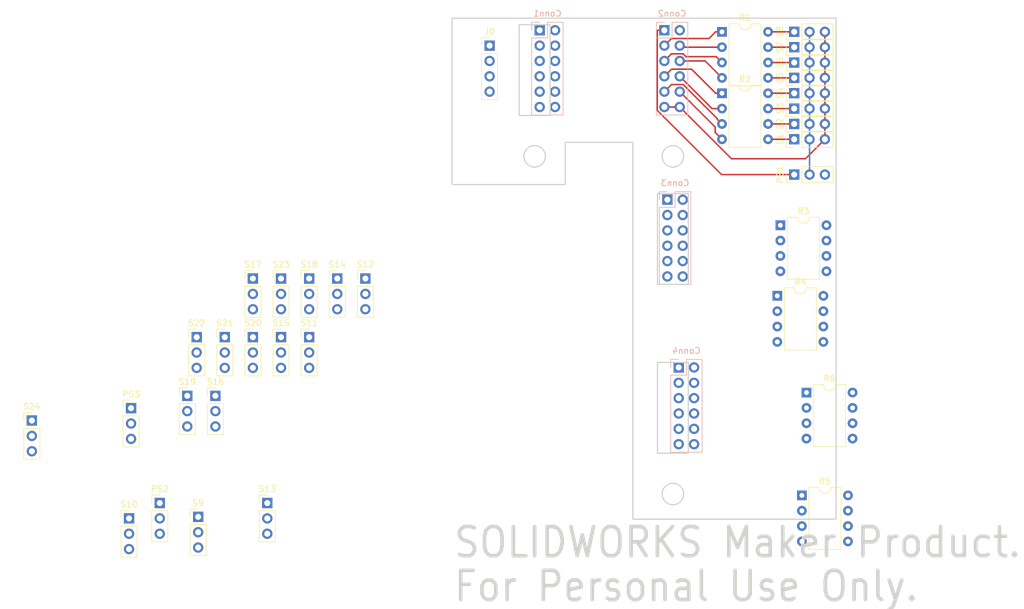
<source format=kicad_pcb>
(kicad_pcb (version 20171130) (host pcbnew 5.1.5+dfsg1-2build2)

  (general
    (thickness 1.6)
    (drawings 25)
    (tracks 74)
    (zones 0)
    (modules 38)
    (nets 70)
  )

  (page A4)
  (layers
    (0 F.Cu signal)
    (31 B.Cu signal)
    (32 B.Adhes user)
    (33 F.Adhes user)
    (34 B.Paste user)
    (35 F.Paste user)
    (36 B.SilkS user)
    (37 F.SilkS user)
    (38 B.Mask user)
    (39 F.Mask user)
    (40 Dwgs.User user)
    (41 Cmts.User user)
    (42 Eco1.User user)
    (43 Eco2.User user)
    (44 Edge.Cuts user)
    (45 Margin user)
    (46 B.CrtYd user)
    (47 F.CrtYd user)
    (48 B.Fab user)
    (49 F.Fab user)
  )

  (setup
    (last_trace_width 0.25)
    (trace_clearance 0.2)
    (zone_clearance 0.508)
    (zone_45_only no)
    (trace_min 0.2)
    (via_size 0.8)
    (via_drill 0.4)
    (via_min_size 0.4)
    (via_min_drill 0.3)
    (uvia_size 0.3)
    (uvia_drill 0.1)
    (uvias_allowed no)
    (uvia_min_size 0.2)
    (uvia_min_drill 0.1)
    (edge_width 0.05)
    (segment_width 0.2)
    (pcb_text_width 0.3)
    (pcb_text_size 1.5 1.5)
    (mod_edge_width 0.12)
    (mod_text_size 1 1)
    (mod_text_width 0.15)
    (pad_size 1.524 1.524)
    (pad_drill 0.762)
    (pad_to_mask_clearance 0.051)
    (solder_mask_min_width 0.25)
    (aux_axis_origin 0 0)
    (grid_origin 0.0254 0.0254)
    (visible_elements FFFFFFFF)
    (pcbplotparams
      (layerselection 0x010fc_ffffffff)
      (usegerberextensions false)
      (usegerberattributes false)
      (usegerberadvancedattributes false)
      (creategerberjobfile false)
      (excludeedgelayer true)
      (linewidth 0.100000)
      (plotframeref false)
      (viasonmask false)
      (mode 1)
      (useauxorigin false)
      (hpglpennumber 1)
      (hpglpenspeed 20)
      (hpglpendiameter 15.000000)
      (psnegative false)
      (psa4output false)
      (plotreference true)
      (plotvalue true)
      (plotinvisibletext false)
      (padsonsilk false)
      (subtractmaskfromsilk false)
      (outputformat 1)
      (mirror false)
      (drillshape 1)
      (scaleselection 1)
      (outputdirectory ""))
  )

  (net 0 "")
  (net 1 GND)
  (net 2 /P0)
  (net 3 /P2)
  (net 4 "Net-(R3-Pad2)")
  (net 5 "Net-(R5-Pad1)")
  (net 6 V00)
  (net 7 +5V0)
  (net 8 /P48)
  (net 9 /P50)
  (net 10 /P52)
  (net 11 /P54)
  (net 12 +5V1)
  (net 13 /P49)
  (net 14 /P51)
  (net 15 /P53)
  (net 16 /P55)
  (net 17 V48)
  (net 18 /P40)
  (net 19 /P42)
  (net 20 /P44)
  (net 21 /P46)
  (net 22 +5V3)
  (net 23 /P41)
  (net 24 /P43)
  (net 25 /P45)
  (net 26 /P47)
  (net 27 V40)
  (net 28 /P56)
  (net 29 /P58)
  (net 30 /P60)
  (net 31 /P62)
  (net 32 /P57)
  (net 33 /P59)
  (net 34 /P61)
  (net 35 /P63)
  (net 36 V56)
  (net 37 "Net-(PS1-Pad2)")
  (net 38 "Net-(PS2-Pad2)")
  (net 39 "Net-(PS3-Pad2)")
  (net 40 "Net-(Conn1-Pad10)")
  (net 41 "Net-(Conn1-Pad9)")
  (net 42 "Net-(Conn1-Pad8)")
  (net 43 "Net-(Conn1-Pad7)")
  (net 44 "Net-(Conn1-Pad6)")
  (net 45 "Net-(Conn2-Pad2)")
  (net 46 "Net-(Conn1-Pad4)")
  (net 47 "Net-(J0-Pad3)")
  (net 48 "Net-(R2-Pad8)")
  (net 49 "Net-(R2-Pad7)")
  (net 50 "Net-(R2-Pad6)")
  (net 51 "Net-(R2-Pad5)")
  (net 52 "Net-(R4-Pad5)")
  (net 53 "Net-(R3-Pad4)")
  (net 54 "Net-(R4-Pad6)")
  (net 55 "Net-(R3-Pad3)")
  (net 56 "Net-(R4-Pad7)")
  (net 57 "Net-(R4-Pad8)")
  (net 58 "Net-(R3-Pad1)")
  (net 59 "Net-(R6-Pad5)")
  (net 60 "Net-(R5-Pad4)")
  (net 61 "Net-(R6-Pad6)")
  (net 62 "Net-(R5-Pad3)")
  (net 63 "Net-(R6-Pad7)")
  (net 64 "Net-(R5-Pad2)")
  (net 65 "Net-(R6-Pad8)")
  (net 66 "Net-(R1-Pad7)")
  (net 67 "Net-(R1-Pad5)")
  (net 68 "Net-(R1-Pad8)")
  (net 69 "Net-(R1-Pad6)")

  (net_class Default "This is the default net class."
    (clearance 0.2)
    (trace_width 0.25)
    (via_dia 0.8)
    (via_drill 0.4)
    (uvia_dia 0.3)
    (uvia_drill 0.1)
    (add_net +5V0)
    (add_net +5V1)
    (add_net +5V3)
    (add_net /P0)
    (add_net /P2)
    (add_net /P40)
    (add_net /P41)
    (add_net /P42)
    (add_net /P43)
    (add_net /P44)
    (add_net /P45)
    (add_net /P46)
    (add_net /P47)
    (add_net /P48)
    (add_net /P49)
    (add_net /P50)
    (add_net /P51)
    (add_net /P52)
    (add_net /P53)
    (add_net /P54)
    (add_net /P55)
    (add_net /P56)
    (add_net /P57)
    (add_net /P58)
    (add_net /P59)
    (add_net /P60)
    (add_net /P61)
    (add_net /P62)
    (add_net /P63)
    (add_net GND)
    (add_net "Net-(Conn1-Pad10)")
    (add_net "Net-(Conn1-Pad4)")
    (add_net "Net-(Conn1-Pad6)")
    (add_net "Net-(Conn1-Pad7)")
    (add_net "Net-(Conn1-Pad8)")
    (add_net "Net-(Conn1-Pad9)")
    (add_net "Net-(Conn2-Pad2)")
    (add_net "Net-(J0-Pad3)")
    (add_net "Net-(PS1-Pad2)")
    (add_net "Net-(PS2-Pad2)")
    (add_net "Net-(PS3-Pad2)")
    (add_net "Net-(R1-Pad5)")
    (add_net "Net-(R1-Pad6)")
    (add_net "Net-(R1-Pad7)")
    (add_net "Net-(R1-Pad8)")
    (add_net "Net-(R2-Pad5)")
    (add_net "Net-(R2-Pad6)")
    (add_net "Net-(R2-Pad7)")
    (add_net "Net-(R2-Pad8)")
    (add_net "Net-(R3-Pad1)")
    (add_net "Net-(R3-Pad2)")
    (add_net "Net-(R3-Pad3)")
    (add_net "Net-(R3-Pad4)")
    (add_net "Net-(R4-Pad5)")
    (add_net "Net-(R4-Pad6)")
    (add_net "Net-(R4-Pad7)")
    (add_net "Net-(R4-Pad8)")
    (add_net "Net-(R5-Pad1)")
    (add_net "Net-(R5-Pad2)")
    (add_net "Net-(R5-Pad3)")
    (add_net "Net-(R5-Pad4)")
    (add_net "Net-(R6-Pad5)")
    (add_net "Net-(R6-Pad6)")
    (add_net "Net-(R6-Pad7)")
    (add_net "Net-(R6-Pad8)")
    (add_net V00)
    (add_net V40)
    (add_net V48)
    (add_net V56)
  )

  (module Connector_PinSocket_2.54mm:PinSocket_2x06_P2.54mm_Vertical (layer B.Cu) (tedit 5A19A42B) (tstamp 67E06B08)
    (at 198.5 61.46 180)
    (descr "Through hole straight socket strip, 2x06, 2.54mm pitch, double cols (from Kicad 4.0.7), script generated")
    (tags "Through hole socket strip THT 2x06 2.54mm double row")
    (path /685F200E)
    (fp_text reference Conn2 (at -1.27 2.77) (layer B.SilkS)
      (effects (font (size 1 1) (thickness 0.15)) (justify mirror))
    )
    (fp_text value PropEdgeConnect (at -1.27 -15.47) (layer B.Fab)
      (effects (font (size 1 1) (thickness 0.15)) (justify mirror))
    )
    (fp_text user %R (at -1.27 -6.35 270) (layer B.Fab)
      (effects (font (size 1 1) (thickness 0.15)) (justify mirror))
    )
    (fp_line (start -4.34 -14.45) (end -4.34 1.8) (layer B.CrtYd) (width 0.05))
    (fp_line (start 1.76 -14.45) (end -4.34 -14.45) (layer B.CrtYd) (width 0.05))
    (fp_line (start 1.76 1.8) (end 1.76 -14.45) (layer B.CrtYd) (width 0.05))
    (fp_line (start -4.34 1.8) (end 1.76 1.8) (layer B.CrtYd) (width 0.05))
    (fp_line (start 0 1.33) (end 1.33 1.33) (layer B.SilkS) (width 0.12))
    (fp_line (start 1.33 1.33) (end 1.33 0) (layer B.SilkS) (width 0.12))
    (fp_line (start -1.27 1.33) (end -1.27 -1.27) (layer B.SilkS) (width 0.12))
    (fp_line (start -1.27 -1.27) (end 1.33 -1.27) (layer B.SilkS) (width 0.12))
    (fp_line (start 1.33 -1.27) (end 1.33 -14.03) (layer B.SilkS) (width 0.12))
    (fp_line (start -3.87 -14.03) (end 1.33 -14.03) (layer B.SilkS) (width 0.12))
    (fp_line (start -3.87 1.33) (end -3.87 -14.03) (layer B.SilkS) (width 0.12))
    (fp_line (start -3.87 1.33) (end -1.27 1.33) (layer B.SilkS) (width 0.12))
    (fp_line (start -3.81 -13.97) (end -3.81 1.27) (layer B.Fab) (width 0.1))
    (fp_line (start 1.27 -13.97) (end -3.81 -13.97) (layer B.Fab) (width 0.1))
    (fp_line (start 1.27 0.27) (end 1.27 -13.97) (layer B.Fab) (width 0.1))
    (fp_line (start 0.27 1.27) (end 1.27 0.27) (layer B.Fab) (width 0.1))
    (fp_line (start -3.81 1.27) (end 0.27 1.27) (layer B.Fab) (width 0.1))
    (pad 12 thru_hole oval (at -2.54 -12.7 180) (size 1.7 1.7) (drill 1) (layers *.Cu *.Mask)
      (net 1 GND))
    (pad 11 thru_hole oval (at 0 -12.7 180) (size 1.7 1.7) (drill 1) (layers *.Cu *.Mask)
      (net 1 GND))
    (pad 10 thru_hole oval (at -2.54 -10.16 180) (size 1.7 1.7) (drill 1) (layers *.Cu *.Mask)
      (net 28 /P56))
    (pad 9 thru_hole oval (at 0 -10.16 180) (size 1.7 1.7) (drill 1) (layers *.Cu *.Mask)
      (net 32 /P57))
    (pad 8 thru_hole oval (at -2.54 -7.62 180) (size 1.7 1.7) (drill 1) (layers *.Cu *.Mask)
      (net 29 /P58))
    (pad 7 thru_hole oval (at 0 -7.62 180) (size 1.7 1.7) (drill 1) (layers *.Cu *.Mask)
      (net 33 /P59))
    (pad 6 thru_hole oval (at -2.54 -5.08 180) (size 1.7 1.7) (drill 1) (layers *.Cu *.Mask)
      (net 30 /P60))
    (pad 5 thru_hole oval (at 0 -5.08 180) (size 1.7 1.7) (drill 1) (layers *.Cu *.Mask)
      (net 34 /P61))
    (pad 4 thru_hole oval (at -2.54 -2.54 180) (size 1.7 1.7) (drill 1) (layers *.Cu *.Mask)
      (net 31 /P62))
    (pad 3 thru_hole oval (at 0 -2.54 180) (size 1.7 1.7) (drill 1) (layers *.Cu *.Mask)
      (net 35 /P63))
    (pad 2 thru_hole oval (at -2.54 0 180) (size 1.7 1.7) (drill 1) (layers *.Cu *.Mask)
      (net 45 "Net-(Conn2-Pad2)"))
    (pad 1 thru_hole rect (at 0 0 180) (size 1.7 1.7) (drill 1) (layers *.Cu *.Mask)
      (net 36 V56))
    (model ${KISYS3DMOD}/Connector_PinSocket_2.54mm.3dshapes/PinSocket_2x06_P2.54mm_Vertical.wrl
      (at (xyz 0 0 0))
      (scale (xyz 1 1 1))
      (rotate (xyz 0 0 0))
    )
  )

  (module Connector_PinHeader_2.54mm:PinHeader_1x04_P2.54mm_Vertical (layer F.Cu) (tedit 59FED5CC) (tstamp 67E06AA2)
    (at 169.6 64)
    (descr "Through hole straight pin header, 1x04, 2.54mm pitch, single row")
    (tags "Through hole pin header THT 1x04 2.54mm single row")
    (path /67F6CA92)
    (fp_text reference J0 (at 0 -2.33) (layer F.SilkS)
      (effects (font (size 1 1) (thickness 0.15)))
    )
    (fp_text value Prop_CommPort (at 0 9.95) (layer F.Fab)
      (effects (font (size 1 1) (thickness 0.15)))
    )
    (fp_text user %R (at 0 3.81 90) (layer F.Fab)
      (effects (font (size 1 1) (thickness 0.15)))
    )
    (fp_line (start 1.8 -1.8) (end -1.8 -1.8) (layer F.CrtYd) (width 0.05))
    (fp_line (start 1.8 9.4) (end 1.8 -1.8) (layer F.CrtYd) (width 0.05))
    (fp_line (start -1.8 9.4) (end 1.8 9.4) (layer F.CrtYd) (width 0.05))
    (fp_line (start -1.8 -1.8) (end -1.8 9.4) (layer F.CrtYd) (width 0.05))
    (fp_line (start -1.33 -1.33) (end 0 -1.33) (layer F.SilkS) (width 0.12))
    (fp_line (start -1.33 0) (end -1.33 -1.33) (layer F.SilkS) (width 0.12))
    (fp_line (start -1.33 1.27) (end 1.33 1.27) (layer F.SilkS) (width 0.12))
    (fp_line (start 1.33 1.27) (end 1.33 8.95) (layer F.SilkS) (width 0.12))
    (fp_line (start -1.33 1.27) (end -1.33 8.95) (layer F.SilkS) (width 0.12))
    (fp_line (start -1.33 8.95) (end 1.33 8.95) (layer F.SilkS) (width 0.12))
    (fp_line (start -1.27 -0.635) (end -0.635 -1.27) (layer F.Fab) (width 0.1))
    (fp_line (start -1.27 8.89) (end -1.27 -0.635) (layer F.Fab) (width 0.1))
    (fp_line (start 1.27 8.89) (end -1.27 8.89) (layer F.Fab) (width 0.1))
    (fp_line (start 1.27 -1.27) (end 1.27 8.89) (layer F.Fab) (width 0.1))
    (fp_line (start -0.635 -1.27) (end 1.27 -1.27) (layer F.Fab) (width 0.1))
    (pad 4 thru_hole oval (at 0 7.62) (size 1.7 1.7) (drill 1) (layers *.Cu *.Mask)
      (net 1 GND))
    (pad 3 thru_hole oval (at 0 5.08) (size 1.7 1.7) (drill 1) (layers *.Cu *.Mask)
      (net 47 "Net-(J0-Pad3)"))
    (pad 2 thru_hole oval (at 0 2.54) (size 1.7 1.7) (drill 1) (layers *.Cu *.Mask)
      (net 3 /P2))
    (pad 1 thru_hole rect (at 0 0) (size 1.7 1.7) (drill 1) (layers *.Cu *.Mask)
      (net 2 /P0))
    (model ${KISYS3DMOD}/Connector_PinHeader_2.54mm.3dshapes/PinHeader_1x04_P2.54mm_Vertical.wrl
      (at (xyz 0 0 0))
      (scale (xyz 1 1 1))
      (rotate (xyz 0 0 0))
    )
  )

  (module Package_DIP:DIP-8_W7.62mm (layer F.Cu) (tedit 5A02E8C5) (tstamp 67E1C569)
    (at 221.996 121.412)
    (descr "8-lead though-hole mounted DIP package, row spacing 7.62 mm (300 mils)")
    (tags "THT DIP DIL PDIP 2.54mm 7.62mm 300mil")
    (path /67EDFF2D)
    (fp_text reference R6 (at 3.81 -2.33) (layer F.SilkS)
      (effects (font (size 1 1) (thickness 0.15)))
    )
    (fp_text value R_Pack04_Split (at 3.81 9.95) (layer F.Fab)
      (effects (font (size 1 1) (thickness 0.15)))
    )
    (fp_text user %R (at 3.81 3.81) (layer F.Fab)
      (effects (font (size 1 1) (thickness 0.15)))
    )
    (fp_line (start 8.7 -1.55) (end -1.1 -1.55) (layer F.CrtYd) (width 0.05))
    (fp_line (start 8.7 9.15) (end 8.7 -1.55) (layer F.CrtYd) (width 0.05))
    (fp_line (start -1.1 9.15) (end 8.7 9.15) (layer F.CrtYd) (width 0.05))
    (fp_line (start -1.1 -1.55) (end -1.1 9.15) (layer F.CrtYd) (width 0.05))
    (fp_line (start 6.46 -1.33) (end 4.81 -1.33) (layer F.SilkS) (width 0.12))
    (fp_line (start 6.46 8.95) (end 6.46 -1.33) (layer F.SilkS) (width 0.12))
    (fp_line (start 1.16 8.95) (end 6.46 8.95) (layer F.SilkS) (width 0.12))
    (fp_line (start 1.16 -1.33) (end 1.16 8.95) (layer F.SilkS) (width 0.12))
    (fp_line (start 2.81 -1.33) (end 1.16 -1.33) (layer F.SilkS) (width 0.12))
    (fp_line (start 0.635 -0.27) (end 1.635 -1.27) (layer F.Fab) (width 0.1))
    (fp_line (start 0.635 8.89) (end 0.635 -0.27) (layer F.Fab) (width 0.1))
    (fp_line (start 6.985 8.89) (end 0.635 8.89) (layer F.Fab) (width 0.1))
    (fp_line (start 6.985 -1.27) (end 6.985 8.89) (layer F.Fab) (width 0.1))
    (fp_line (start 1.635 -1.27) (end 6.985 -1.27) (layer F.Fab) (width 0.1))
    (fp_arc (start 3.81 -1.33) (end 2.81 -1.33) (angle -180) (layer F.SilkS) (width 0.12))
    (pad 8 thru_hole oval (at 7.62 0) (size 1.6 1.6) (drill 0.8) (layers *.Cu *.Mask)
      (net 65 "Net-(R6-Pad8)"))
    (pad 4 thru_hole oval (at 0 7.62) (size 1.6 1.6) (drill 0.8) (layers *.Cu *.Mask)
      (net 18 /P40))
    (pad 7 thru_hole oval (at 7.62 2.54) (size 1.6 1.6) (drill 0.8) (layers *.Cu *.Mask)
      (net 63 "Net-(R6-Pad7)"))
    (pad 3 thru_hole oval (at 0 5.08) (size 1.6 1.6) (drill 0.8) (layers *.Cu *.Mask)
      (net 19 /P42))
    (pad 6 thru_hole oval (at 7.62 5.08) (size 1.6 1.6) (drill 0.8) (layers *.Cu *.Mask)
      (net 61 "Net-(R6-Pad6)"))
    (pad 2 thru_hole oval (at 0 2.54) (size 1.6 1.6) (drill 0.8) (layers *.Cu *.Mask)
      (net 20 /P44))
    (pad 5 thru_hole oval (at 7.62 7.62) (size 1.6 1.6) (drill 0.8) (layers *.Cu *.Mask)
      (net 59 "Net-(R6-Pad5)"))
    (pad 1 thru_hole rect (at 0 0) (size 1.6 1.6) (drill 0.8) (layers *.Cu *.Mask)
      (net 21 /P46))
    (model ${KISYS3DMOD}/Package_DIP.3dshapes/DIP-8_W7.62mm.wrl
      (at (xyz 0 0 0))
      (scale (xyz 1 1 1))
      (rotate (xyz 0 0 0))
    )
  )

  (module Package_DIP:DIP-8_W7.62mm (layer F.Cu) (tedit 5A02E8C5) (tstamp 67E1CF00)
    (at 221.234 138.43)
    (descr "8-lead though-hole mounted DIP package, row spacing 7.62 mm (300 mils)")
    (tags "THT DIP DIL PDIP 2.54mm 7.62mm 300mil")
    (path /67EDF60B)
    (fp_text reference R5 (at 3.81 -2.33) (layer F.SilkS)
      (effects (font (size 1 1) (thickness 0.15)))
    )
    (fp_text value R_Pack04_Split (at 3.81 9.95) (layer F.Fab)
      (effects (font (size 1 1) (thickness 0.15)))
    )
    (fp_text user %R (at 3.81 3.81) (layer F.Fab)
      (effects (font (size 1 1) (thickness 0.15)))
    )
    (fp_line (start 8.7 -1.55) (end -1.1 -1.55) (layer F.CrtYd) (width 0.05))
    (fp_line (start 8.7 9.15) (end 8.7 -1.55) (layer F.CrtYd) (width 0.05))
    (fp_line (start -1.1 9.15) (end 8.7 9.15) (layer F.CrtYd) (width 0.05))
    (fp_line (start -1.1 -1.55) (end -1.1 9.15) (layer F.CrtYd) (width 0.05))
    (fp_line (start 6.46 -1.33) (end 4.81 -1.33) (layer F.SilkS) (width 0.12))
    (fp_line (start 6.46 8.95) (end 6.46 -1.33) (layer F.SilkS) (width 0.12))
    (fp_line (start 1.16 8.95) (end 6.46 8.95) (layer F.SilkS) (width 0.12))
    (fp_line (start 1.16 -1.33) (end 1.16 8.95) (layer F.SilkS) (width 0.12))
    (fp_line (start 2.81 -1.33) (end 1.16 -1.33) (layer F.SilkS) (width 0.12))
    (fp_line (start 0.635 -0.27) (end 1.635 -1.27) (layer F.Fab) (width 0.1))
    (fp_line (start 0.635 8.89) (end 0.635 -0.27) (layer F.Fab) (width 0.1))
    (fp_line (start 6.985 8.89) (end 0.635 8.89) (layer F.Fab) (width 0.1))
    (fp_line (start 6.985 -1.27) (end 6.985 8.89) (layer F.Fab) (width 0.1))
    (fp_line (start 1.635 -1.27) (end 6.985 -1.27) (layer F.Fab) (width 0.1))
    (fp_arc (start 3.81 -1.33) (end 2.81 -1.33) (angle -180) (layer F.SilkS) (width 0.12))
    (pad 8 thru_hole oval (at 7.62 0) (size 1.6 1.6) (drill 0.8) (layers *.Cu *.Mask)
      (net 26 /P47))
    (pad 4 thru_hole oval (at 0 7.62) (size 1.6 1.6) (drill 0.8) (layers *.Cu *.Mask)
      (net 60 "Net-(R5-Pad4)"))
    (pad 7 thru_hole oval (at 7.62 2.54) (size 1.6 1.6) (drill 0.8) (layers *.Cu *.Mask)
      (net 25 /P45))
    (pad 3 thru_hole oval (at 0 5.08) (size 1.6 1.6) (drill 0.8) (layers *.Cu *.Mask)
      (net 62 "Net-(R5-Pad3)"))
    (pad 6 thru_hole oval (at 7.62 5.08) (size 1.6 1.6) (drill 0.8) (layers *.Cu *.Mask)
      (net 24 /P43))
    (pad 2 thru_hole oval (at 0 2.54) (size 1.6 1.6) (drill 0.8) (layers *.Cu *.Mask)
      (net 64 "Net-(R5-Pad2)"))
    (pad 5 thru_hole oval (at 7.62 7.62) (size 1.6 1.6) (drill 0.8) (layers *.Cu *.Mask)
      (net 23 /P41))
    (pad 1 thru_hole rect (at 0 0) (size 1.6 1.6) (drill 0.8) (layers *.Cu *.Mask)
      (net 5 "Net-(R5-Pad1)"))
    (model ${KISYS3DMOD}/Package_DIP.3dshapes/DIP-8_W7.62mm.wrl
      (at (xyz 0 0 0))
      (scale (xyz 1 1 1))
      (rotate (xyz 0 0 0))
    )
  )

  (module Package_DIP:DIP-8_W7.62mm (layer F.Cu) (tedit 5A02E8C5) (tstamp 67E1C531)
    (at 217.17 105.41)
    (descr "8-lead though-hole mounted DIP package, row spacing 7.62 mm (300 mils)")
    (tags "THT DIP DIL PDIP 2.54mm 7.62mm 300mil")
    (path /67ECBCAE)
    (fp_text reference R4 (at 3.81 -2.33) (layer F.SilkS)
      (effects (font (size 1 1) (thickness 0.15)))
    )
    (fp_text value R_Pack04_Split (at 3.81 9.95) (layer F.Fab)
      (effects (font (size 1 1) (thickness 0.15)))
    )
    (fp_text user %R (at 3.81 3.81) (layer F.Fab)
      (effects (font (size 1 1) (thickness 0.15)))
    )
    (fp_line (start 8.7 -1.55) (end -1.1 -1.55) (layer F.CrtYd) (width 0.05))
    (fp_line (start 8.7 9.15) (end 8.7 -1.55) (layer F.CrtYd) (width 0.05))
    (fp_line (start -1.1 9.15) (end 8.7 9.15) (layer F.CrtYd) (width 0.05))
    (fp_line (start -1.1 -1.55) (end -1.1 9.15) (layer F.CrtYd) (width 0.05))
    (fp_line (start 6.46 -1.33) (end 4.81 -1.33) (layer F.SilkS) (width 0.12))
    (fp_line (start 6.46 8.95) (end 6.46 -1.33) (layer F.SilkS) (width 0.12))
    (fp_line (start 1.16 8.95) (end 6.46 8.95) (layer F.SilkS) (width 0.12))
    (fp_line (start 1.16 -1.33) (end 1.16 8.95) (layer F.SilkS) (width 0.12))
    (fp_line (start 2.81 -1.33) (end 1.16 -1.33) (layer F.SilkS) (width 0.12))
    (fp_line (start 0.635 -0.27) (end 1.635 -1.27) (layer F.Fab) (width 0.1))
    (fp_line (start 0.635 8.89) (end 0.635 -0.27) (layer F.Fab) (width 0.1))
    (fp_line (start 6.985 8.89) (end 0.635 8.89) (layer F.Fab) (width 0.1))
    (fp_line (start 6.985 -1.27) (end 6.985 8.89) (layer F.Fab) (width 0.1))
    (fp_line (start 1.635 -1.27) (end 6.985 -1.27) (layer F.Fab) (width 0.1))
    (fp_arc (start 3.81 -1.33) (end 2.81 -1.33) (angle -180) (layer F.SilkS) (width 0.12))
    (pad 8 thru_hole oval (at 7.62 0) (size 1.6 1.6) (drill 0.8) (layers *.Cu *.Mask)
      (net 57 "Net-(R4-Pad8)"))
    (pad 4 thru_hole oval (at 0 7.62) (size 1.6 1.6) (drill 0.8) (layers *.Cu *.Mask)
      (net 8 /P48))
    (pad 7 thru_hole oval (at 7.62 2.54) (size 1.6 1.6) (drill 0.8) (layers *.Cu *.Mask)
      (net 56 "Net-(R4-Pad7)"))
    (pad 3 thru_hole oval (at 0 5.08) (size 1.6 1.6) (drill 0.8) (layers *.Cu *.Mask)
      (net 9 /P50))
    (pad 6 thru_hole oval (at 7.62 5.08) (size 1.6 1.6) (drill 0.8) (layers *.Cu *.Mask)
      (net 54 "Net-(R4-Pad6)"))
    (pad 2 thru_hole oval (at 0 2.54) (size 1.6 1.6) (drill 0.8) (layers *.Cu *.Mask)
      (net 10 /P52))
    (pad 5 thru_hole oval (at 7.62 7.62) (size 1.6 1.6) (drill 0.8) (layers *.Cu *.Mask)
      (net 52 "Net-(R4-Pad5)"))
    (pad 1 thru_hole rect (at 0 0) (size 1.6 1.6) (drill 0.8) (layers *.Cu *.Mask)
      (net 11 /P54))
    (model ${KISYS3DMOD}/Package_DIP.3dshapes/DIP-8_W7.62mm.wrl
      (at (xyz 0 0 0))
      (scale (xyz 1 1 1))
      (rotate (xyz 0 0 0))
    )
  )

  (module Package_DIP:DIP-8_W7.62mm (layer F.Cu) (tedit 5A02E8C5) (tstamp 67E1C515)
    (at 217.678 93.726)
    (descr "8-lead though-hole mounted DIP package, row spacing 7.62 mm (300 mils)")
    (tags "THT DIP DIL PDIP 2.54mm 7.62mm 300mil")
    (path /67EC40B0)
    (fp_text reference R3 (at 3.81 -2.33) (layer F.SilkS)
      (effects (font (size 1 1) (thickness 0.15)))
    )
    (fp_text value R_Pack04_Split (at 3.81 9.95) (layer F.Fab)
      (effects (font (size 1 1) (thickness 0.15)))
    )
    (fp_text user %R (at 3.81 3.81) (layer F.Fab)
      (effects (font (size 1 1) (thickness 0.15)))
    )
    (fp_line (start 8.7 -1.55) (end -1.1 -1.55) (layer F.CrtYd) (width 0.05))
    (fp_line (start 8.7 9.15) (end 8.7 -1.55) (layer F.CrtYd) (width 0.05))
    (fp_line (start -1.1 9.15) (end 8.7 9.15) (layer F.CrtYd) (width 0.05))
    (fp_line (start -1.1 -1.55) (end -1.1 9.15) (layer F.CrtYd) (width 0.05))
    (fp_line (start 6.46 -1.33) (end 4.81 -1.33) (layer F.SilkS) (width 0.12))
    (fp_line (start 6.46 8.95) (end 6.46 -1.33) (layer F.SilkS) (width 0.12))
    (fp_line (start 1.16 8.95) (end 6.46 8.95) (layer F.SilkS) (width 0.12))
    (fp_line (start 1.16 -1.33) (end 1.16 8.95) (layer F.SilkS) (width 0.12))
    (fp_line (start 2.81 -1.33) (end 1.16 -1.33) (layer F.SilkS) (width 0.12))
    (fp_line (start 0.635 -0.27) (end 1.635 -1.27) (layer F.Fab) (width 0.1))
    (fp_line (start 0.635 8.89) (end 0.635 -0.27) (layer F.Fab) (width 0.1))
    (fp_line (start 6.985 8.89) (end 0.635 8.89) (layer F.Fab) (width 0.1))
    (fp_line (start 6.985 -1.27) (end 6.985 8.89) (layer F.Fab) (width 0.1))
    (fp_line (start 1.635 -1.27) (end 6.985 -1.27) (layer F.Fab) (width 0.1))
    (fp_arc (start 3.81 -1.33) (end 2.81 -1.33) (angle -180) (layer F.SilkS) (width 0.12))
    (pad 8 thru_hole oval (at 7.62 0) (size 1.6 1.6) (drill 0.8) (layers *.Cu *.Mask)
      (net 16 /P55))
    (pad 4 thru_hole oval (at 0 7.62) (size 1.6 1.6) (drill 0.8) (layers *.Cu *.Mask)
      (net 53 "Net-(R3-Pad4)"))
    (pad 7 thru_hole oval (at 7.62 2.54) (size 1.6 1.6) (drill 0.8) (layers *.Cu *.Mask)
      (net 15 /P53))
    (pad 3 thru_hole oval (at 0 5.08) (size 1.6 1.6) (drill 0.8) (layers *.Cu *.Mask)
      (net 55 "Net-(R3-Pad3)"))
    (pad 6 thru_hole oval (at 7.62 5.08) (size 1.6 1.6) (drill 0.8) (layers *.Cu *.Mask)
      (net 14 /P51))
    (pad 2 thru_hole oval (at 0 2.54) (size 1.6 1.6) (drill 0.8) (layers *.Cu *.Mask)
      (net 4 "Net-(R3-Pad2)"))
    (pad 5 thru_hole oval (at 7.62 7.62) (size 1.6 1.6) (drill 0.8) (layers *.Cu *.Mask)
      (net 13 /P49))
    (pad 1 thru_hole rect (at 0 0) (size 1.6 1.6) (drill 0.8) (layers *.Cu *.Mask)
      (net 58 "Net-(R3-Pad1)"))
    (model ${KISYS3DMOD}/Package_DIP.3dshapes/DIP-8_W7.62mm.wrl
      (at (xyz 0 0 0))
      (scale (xyz 1 1 1))
      (rotate (xyz 0 0 0))
    )
  )

  (module Package_DIP:DIP-8_W7.62mm (layer F.Cu) (tedit 5A02E8C5) (tstamp 67E22B08)
    (at 208.026 71.882)
    (descr "8-lead though-hole mounted DIP package, row spacing 7.62 mm (300 mils)")
    (tags "THT DIP DIL PDIP 2.54mm 7.62mm 300mil")
    (path /67E36911)
    (fp_text reference R2 (at 3.81 -2.33) (layer F.SilkS)
      (effects (font (size 1 1) (thickness 0.15)))
    )
    (fp_text value 4.7k (at 3.81 9.95) (layer F.Fab)
      (effects (font (size 1 1) (thickness 0.15)))
    )
    (fp_text user %R (at 3.81 3.81) (layer F.Fab)
      (effects (font (size 1 1) (thickness 0.15)))
    )
    (fp_line (start 8.7 -1.55) (end -1.1 -1.55) (layer F.CrtYd) (width 0.05))
    (fp_line (start 8.7 9.15) (end 8.7 -1.55) (layer F.CrtYd) (width 0.05))
    (fp_line (start -1.1 9.15) (end 8.7 9.15) (layer F.CrtYd) (width 0.05))
    (fp_line (start -1.1 -1.55) (end -1.1 9.15) (layer F.CrtYd) (width 0.05))
    (fp_line (start 6.46 -1.33) (end 4.81 -1.33) (layer F.SilkS) (width 0.12))
    (fp_line (start 6.46 8.95) (end 6.46 -1.33) (layer F.SilkS) (width 0.12))
    (fp_line (start 1.16 8.95) (end 6.46 8.95) (layer F.SilkS) (width 0.12))
    (fp_line (start 1.16 -1.33) (end 1.16 8.95) (layer F.SilkS) (width 0.12))
    (fp_line (start 2.81 -1.33) (end 1.16 -1.33) (layer F.SilkS) (width 0.12))
    (fp_line (start 0.635 -0.27) (end 1.635 -1.27) (layer F.Fab) (width 0.1))
    (fp_line (start 0.635 8.89) (end 0.635 -0.27) (layer F.Fab) (width 0.1))
    (fp_line (start 6.985 8.89) (end 0.635 8.89) (layer F.Fab) (width 0.1))
    (fp_line (start 6.985 -1.27) (end 6.985 8.89) (layer F.Fab) (width 0.1))
    (fp_line (start 1.635 -1.27) (end 6.985 -1.27) (layer F.Fab) (width 0.1))
    (fp_arc (start 3.81 -1.33) (end 2.81 -1.33) (angle -180) (layer F.SilkS) (width 0.12))
    (pad 8 thru_hole oval (at 7.62 0) (size 1.6 1.6) (drill 0.8) (layers *.Cu *.Mask)
      (net 48 "Net-(R2-Pad8)"))
    (pad 4 thru_hole oval (at 0 7.62) (size 1.6 1.6) (drill 0.8) (layers *.Cu *.Mask)
      (net 28 /P56))
    (pad 7 thru_hole oval (at 7.62 2.54) (size 1.6 1.6) (drill 0.8) (layers *.Cu *.Mask)
      (net 49 "Net-(R2-Pad7)"))
    (pad 3 thru_hole oval (at 0 5.08) (size 1.6 1.6) (drill 0.8) (layers *.Cu *.Mask)
      (net 32 /P57))
    (pad 6 thru_hole oval (at 7.62 5.08) (size 1.6 1.6) (drill 0.8) (layers *.Cu *.Mask)
      (net 50 "Net-(R2-Pad6)"))
    (pad 2 thru_hole oval (at 0 2.54) (size 1.6 1.6) (drill 0.8) (layers *.Cu *.Mask)
      (net 29 /P58))
    (pad 5 thru_hole oval (at 7.62 7.62) (size 1.6 1.6) (drill 0.8) (layers *.Cu *.Mask)
      (net 51 "Net-(R2-Pad5)"))
    (pad 1 thru_hole rect (at 0 0) (size 1.6 1.6) (drill 0.8) (layers *.Cu *.Mask)
      (net 33 /P59))
    (model ${KISYS3DMOD}/Package_DIP.3dshapes/DIP-8_W7.62mm.wrl
      (at (xyz 0 0 0))
      (scale (xyz 1 1 1))
      (rotate (xyz 0 0 0))
    )
  )

  (module Package_DIP:DIP-8_W7.62mm (layer F.Cu) (tedit 5A02E8C5) (tstamp 67E2292B)
    (at 208.026 61.722)
    (descr "8-lead though-hole mounted DIP package, row spacing 7.62 mm (300 mils)")
    (tags "THT DIP DIL PDIP 2.54mm 7.62mm 300mil")
    (path /67E225E5)
    (fp_text reference R1 (at 3.81 -2.33) (layer F.SilkS)
      (effects (font (size 1 1) (thickness 0.15)))
    )
    (fp_text value 4.7k (at 3.81 9.95) (layer F.Fab)
      (effects (font (size 1 1) (thickness 0.15)))
    )
    (fp_text user %R (at 3.81 3.81) (layer F.Fab)
      (effects (font (size 1 1) (thickness 0.15)))
    )
    (fp_line (start 8.7 -1.55) (end -1.1 -1.55) (layer F.CrtYd) (width 0.05))
    (fp_line (start 8.7 9.15) (end 8.7 -1.55) (layer F.CrtYd) (width 0.05))
    (fp_line (start -1.1 9.15) (end 8.7 9.15) (layer F.CrtYd) (width 0.05))
    (fp_line (start -1.1 -1.55) (end -1.1 9.15) (layer F.CrtYd) (width 0.05))
    (fp_line (start 6.46 -1.33) (end 4.81 -1.33) (layer F.SilkS) (width 0.12))
    (fp_line (start 6.46 8.95) (end 6.46 -1.33) (layer F.SilkS) (width 0.12))
    (fp_line (start 1.16 8.95) (end 6.46 8.95) (layer F.SilkS) (width 0.12))
    (fp_line (start 1.16 -1.33) (end 1.16 8.95) (layer F.SilkS) (width 0.12))
    (fp_line (start 2.81 -1.33) (end 1.16 -1.33) (layer F.SilkS) (width 0.12))
    (fp_line (start 0.635 -0.27) (end 1.635 -1.27) (layer F.Fab) (width 0.1))
    (fp_line (start 0.635 8.89) (end 0.635 -0.27) (layer F.Fab) (width 0.1))
    (fp_line (start 6.985 8.89) (end 0.635 8.89) (layer F.Fab) (width 0.1))
    (fp_line (start 6.985 -1.27) (end 6.985 8.89) (layer F.Fab) (width 0.1))
    (fp_line (start 1.635 -1.27) (end 6.985 -1.27) (layer F.Fab) (width 0.1))
    (fp_arc (start 3.81 -1.33) (end 2.81 -1.33) (angle -180) (layer F.SilkS) (width 0.12))
    (pad 8 thru_hole oval (at 7.62 0) (size 1.6 1.6) (drill 0.8) (layers *.Cu *.Mask)
      (net 68 "Net-(R1-Pad8)"))
    (pad 4 thru_hole oval (at 0 7.62) (size 1.6 1.6) (drill 0.8) (layers *.Cu *.Mask)
      (net 30 /P60))
    (pad 7 thru_hole oval (at 7.62 2.54) (size 1.6 1.6) (drill 0.8) (layers *.Cu *.Mask)
      (net 66 "Net-(R1-Pad7)"))
    (pad 3 thru_hole oval (at 0 5.08) (size 1.6 1.6) (drill 0.8) (layers *.Cu *.Mask)
      (net 34 /P61))
    (pad 6 thru_hole oval (at 7.62 5.08) (size 1.6 1.6) (drill 0.8) (layers *.Cu *.Mask)
      (net 69 "Net-(R1-Pad6)"))
    (pad 2 thru_hole oval (at 0 2.54) (size 1.6 1.6) (drill 0.8) (layers *.Cu *.Mask)
      (net 31 /P62))
    (pad 5 thru_hole oval (at 7.62 7.62) (size 1.6 1.6) (drill 0.8) (layers *.Cu *.Mask)
      (net 67 "Net-(R1-Pad5)"))
    (pad 1 thru_hole rect (at 0 0) (size 1.6 1.6) (drill 0.8) (layers *.Cu *.Mask)
      (net 35 /P63))
    (model ${KISYS3DMOD}/Package_DIP.3dshapes/DIP-8_W7.62mm.wrl
      (at (xyz 0 0 0))
      (scale (xyz 1 1 1))
      (rotate (xyz 0 0 0))
    )
  )

  (module Connector_PinHeader_2.54mm:PinHeader_1x03_P2.54mm_Vertical (layer F.Cu) (tedit 59FED5CC) (tstamp 67E1C791)
    (at 93.914 126.05)
    (descr "Through hole straight pin header, 1x03, 2.54mm pitch, single row")
    (tags "Through hole pin header THT 1x03 2.54mm single row")
    (path /6821D226)
    (fp_text reference S24 (at 0 -2.33) (layer F.SilkS)
      (effects (font (size 1 1) (thickness 0.15)))
    )
    (fp_text value SonarConnect (at 0 7.41) (layer F.Fab)
      (effects (font (size 1 1) (thickness 0.15)))
    )
    (fp_text user %R (at 0 2.54 90) (layer F.Fab)
      (effects (font (size 1 1) (thickness 0.15)))
    )
    (fp_line (start 1.8 -1.8) (end -1.8 -1.8) (layer F.CrtYd) (width 0.05))
    (fp_line (start 1.8 6.85) (end 1.8 -1.8) (layer F.CrtYd) (width 0.05))
    (fp_line (start -1.8 6.85) (end 1.8 6.85) (layer F.CrtYd) (width 0.05))
    (fp_line (start -1.8 -1.8) (end -1.8 6.85) (layer F.CrtYd) (width 0.05))
    (fp_line (start -1.33 -1.33) (end 0 -1.33) (layer F.SilkS) (width 0.12))
    (fp_line (start -1.33 0) (end -1.33 -1.33) (layer F.SilkS) (width 0.12))
    (fp_line (start -1.33 1.27) (end 1.33 1.27) (layer F.SilkS) (width 0.12))
    (fp_line (start 1.33 1.27) (end 1.33 6.41) (layer F.SilkS) (width 0.12))
    (fp_line (start -1.33 1.27) (end -1.33 6.41) (layer F.SilkS) (width 0.12))
    (fp_line (start -1.33 6.41) (end 1.33 6.41) (layer F.SilkS) (width 0.12))
    (fp_line (start -1.27 -0.635) (end -0.635 -1.27) (layer F.Fab) (width 0.1))
    (fp_line (start -1.27 6.35) (end -1.27 -0.635) (layer F.Fab) (width 0.1))
    (fp_line (start 1.27 6.35) (end -1.27 6.35) (layer F.Fab) (width 0.1))
    (fp_line (start 1.27 -1.27) (end 1.27 6.35) (layer F.Fab) (width 0.1))
    (fp_line (start -0.635 -1.27) (end 1.27 -1.27) (layer F.Fab) (width 0.1))
    (pad 3 thru_hole oval (at 0 5.08) (size 1.7 1.7) (drill 1) (layers *.Cu *.Mask)
      (net 1 GND))
    (pad 2 thru_hole oval (at 0 2.54) (size 1.7 1.7) (drill 1) (layers *.Cu *.Mask)
      (net 39 "Net-(PS3-Pad2)"))
    (pad 1 thru_hole rect (at 0 0) (size 1.7 1.7) (drill 1) (layers *.Cu *.Mask)
      (net 5 "Net-(R5-Pad1)"))
    (model ${KISYS3DMOD}/Connector_PinHeader_2.54mm.3dshapes/PinHeader_1x03_P2.54mm_Vertical.wrl
      (at (xyz 0 0 0))
      (scale (xyz 1 1 1))
      (rotate (xyz 0 0 0))
    )
  )

  (module Connector_PinHeader_2.54mm:PinHeader_1x03_P2.54mm_Vertical (layer F.Cu) (tedit 59FED5CC) (tstamp 67E1C77A)
    (at 135.114 102.55)
    (descr "Through hole straight pin header, 1x03, 2.54mm pitch, single row")
    (tags "Through hole pin header THT 1x03 2.54mm single row")
    (path /6821D2E7)
    (fp_text reference S23 (at 0 -2.33) (layer F.SilkS)
      (effects (font (size 1 1) (thickness 0.15)))
    )
    (fp_text value SonarConnect (at 0 7.41) (layer F.Fab)
      (effects (font (size 1 1) (thickness 0.15)))
    )
    (fp_text user %R (at 0 2.54 90) (layer F.Fab)
      (effects (font (size 1 1) (thickness 0.15)))
    )
    (fp_line (start 1.8 -1.8) (end -1.8 -1.8) (layer F.CrtYd) (width 0.05))
    (fp_line (start 1.8 6.85) (end 1.8 -1.8) (layer F.CrtYd) (width 0.05))
    (fp_line (start -1.8 6.85) (end 1.8 6.85) (layer F.CrtYd) (width 0.05))
    (fp_line (start -1.8 -1.8) (end -1.8 6.85) (layer F.CrtYd) (width 0.05))
    (fp_line (start -1.33 -1.33) (end 0 -1.33) (layer F.SilkS) (width 0.12))
    (fp_line (start -1.33 0) (end -1.33 -1.33) (layer F.SilkS) (width 0.12))
    (fp_line (start -1.33 1.27) (end 1.33 1.27) (layer F.SilkS) (width 0.12))
    (fp_line (start 1.33 1.27) (end 1.33 6.41) (layer F.SilkS) (width 0.12))
    (fp_line (start -1.33 1.27) (end -1.33 6.41) (layer F.SilkS) (width 0.12))
    (fp_line (start -1.33 6.41) (end 1.33 6.41) (layer F.SilkS) (width 0.12))
    (fp_line (start -1.27 -0.635) (end -0.635 -1.27) (layer F.Fab) (width 0.1))
    (fp_line (start -1.27 6.35) (end -1.27 -0.635) (layer F.Fab) (width 0.1))
    (fp_line (start 1.27 6.35) (end -1.27 6.35) (layer F.Fab) (width 0.1))
    (fp_line (start 1.27 -1.27) (end 1.27 6.35) (layer F.Fab) (width 0.1))
    (fp_line (start -0.635 -1.27) (end 1.27 -1.27) (layer F.Fab) (width 0.1))
    (pad 3 thru_hole oval (at 0 5.08) (size 1.7 1.7) (drill 1) (layers *.Cu *.Mask)
      (net 1 GND))
    (pad 2 thru_hole oval (at 0 2.54) (size 1.7 1.7) (drill 1) (layers *.Cu *.Mask)
      (net 39 "Net-(PS3-Pad2)"))
    (pad 1 thru_hole rect (at 0 0) (size 1.7 1.7) (drill 1) (layers *.Cu *.Mask)
      (net 65 "Net-(R6-Pad8)"))
    (model ${KISYS3DMOD}/Connector_PinHeader_2.54mm.3dshapes/PinHeader_1x03_P2.54mm_Vertical.wrl
      (at (xyz 0 0 0))
      (scale (xyz 1 1 1))
      (rotate (xyz 0 0 0))
    )
  )

  (module Connector_PinHeader_2.54mm:PinHeader_1x03_P2.54mm_Vertical (layer F.Cu) (tedit 59FED5CC) (tstamp 67E1C763)
    (at 121.164 112.25)
    (descr "Through hole straight pin header, 1x03, 2.54mm pitch, single row")
    (tags "Through hole pin header THT 1x03 2.54mm single row")
    (path /6821D24F)
    (fp_text reference S22 (at 0 -2.33) (layer F.SilkS)
      (effects (font (size 1 1) (thickness 0.15)))
    )
    (fp_text value SonarConnect (at 0 7.41) (layer F.Fab)
      (effects (font (size 1 1) (thickness 0.15)))
    )
    (fp_text user %R (at 0 2.54 90) (layer F.Fab)
      (effects (font (size 1 1) (thickness 0.15)))
    )
    (fp_line (start 1.8 -1.8) (end -1.8 -1.8) (layer F.CrtYd) (width 0.05))
    (fp_line (start 1.8 6.85) (end 1.8 -1.8) (layer F.CrtYd) (width 0.05))
    (fp_line (start -1.8 6.85) (end 1.8 6.85) (layer F.CrtYd) (width 0.05))
    (fp_line (start -1.8 -1.8) (end -1.8 6.85) (layer F.CrtYd) (width 0.05))
    (fp_line (start -1.33 -1.33) (end 0 -1.33) (layer F.SilkS) (width 0.12))
    (fp_line (start -1.33 0) (end -1.33 -1.33) (layer F.SilkS) (width 0.12))
    (fp_line (start -1.33 1.27) (end 1.33 1.27) (layer F.SilkS) (width 0.12))
    (fp_line (start 1.33 1.27) (end 1.33 6.41) (layer F.SilkS) (width 0.12))
    (fp_line (start -1.33 1.27) (end -1.33 6.41) (layer F.SilkS) (width 0.12))
    (fp_line (start -1.33 6.41) (end 1.33 6.41) (layer F.SilkS) (width 0.12))
    (fp_line (start -1.27 -0.635) (end -0.635 -1.27) (layer F.Fab) (width 0.1))
    (fp_line (start -1.27 6.35) (end -1.27 -0.635) (layer F.Fab) (width 0.1))
    (fp_line (start 1.27 6.35) (end -1.27 6.35) (layer F.Fab) (width 0.1))
    (fp_line (start 1.27 -1.27) (end 1.27 6.35) (layer F.Fab) (width 0.1))
    (fp_line (start -0.635 -1.27) (end 1.27 -1.27) (layer F.Fab) (width 0.1))
    (pad 3 thru_hole oval (at 0 5.08) (size 1.7 1.7) (drill 1) (layers *.Cu *.Mask)
      (net 1 GND))
    (pad 2 thru_hole oval (at 0 2.54) (size 1.7 1.7) (drill 1) (layers *.Cu *.Mask)
      (net 39 "Net-(PS3-Pad2)"))
    (pad 1 thru_hole rect (at 0 0) (size 1.7 1.7) (drill 1) (layers *.Cu *.Mask)
      (net 64 "Net-(R5-Pad2)"))
    (model ${KISYS3DMOD}/Connector_PinHeader_2.54mm.3dshapes/PinHeader_1x03_P2.54mm_Vertical.wrl
      (at (xyz 0 0 0))
      (scale (xyz 1 1 1))
      (rotate (xyz 0 0 0))
    )
  )

  (module Connector_PinHeader_2.54mm:PinHeader_1x03_P2.54mm_Vertical (layer F.Cu) (tedit 59FED5CC) (tstamp 67E1C74C)
    (at 125.814 112.25)
    (descr "Through hole straight pin header, 1x03, 2.54mm pitch, single row")
    (tags "Through hole pin header THT 1x03 2.54mm single row")
    (path /6821D2F1)
    (fp_text reference S21 (at 0 -2.33) (layer F.SilkS)
      (effects (font (size 1 1) (thickness 0.15)))
    )
    (fp_text value SonarConnect (at 0 7.41) (layer F.Fab)
      (effects (font (size 1 1) (thickness 0.15)))
    )
    (fp_text user %R (at 0 2.54 90) (layer F.Fab)
      (effects (font (size 1 1) (thickness 0.15)))
    )
    (fp_line (start 1.8 -1.8) (end -1.8 -1.8) (layer F.CrtYd) (width 0.05))
    (fp_line (start 1.8 6.85) (end 1.8 -1.8) (layer F.CrtYd) (width 0.05))
    (fp_line (start -1.8 6.85) (end 1.8 6.85) (layer F.CrtYd) (width 0.05))
    (fp_line (start -1.8 -1.8) (end -1.8 6.85) (layer F.CrtYd) (width 0.05))
    (fp_line (start -1.33 -1.33) (end 0 -1.33) (layer F.SilkS) (width 0.12))
    (fp_line (start -1.33 0) (end -1.33 -1.33) (layer F.SilkS) (width 0.12))
    (fp_line (start -1.33 1.27) (end 1.33 1.27) (layer F.SilkS) (width 0.12))
    (fp_line (start 1.33 1.27) (end 1.33 6.41) (layer F.SilkS) (width 0.12))
    (fp_line (start -1.33 1.27) (end -1.33 6.41) (layer F.SilkS) (width 0.12))
    (fp_line (start -1.33 6.41) (end 1.33 6.41) (layer F.SilkS) (width 0.12))
    (fp_line (start -1.27 -0.635) (end -0.635 -1.27) (layer F.Fab) (width 0.1))
    (fp_line (start -1.27 6.35) (end -1.27 -0.635) (layer F.Fab) (width 0.1))
    (fp_line (start 1.27 6.35) (end -1.27 6.35) (layer F.Fab) (width 0.1))
    (fp_line (start 1.27 -1.27) (end 1.27 6.35) (layer F.Fab) (width 0.1))
    (fp_line (start -0.635 -1.27) (end 1.27 -1.27) (layer F.Fab) (width 0.1))
    (pad 3 thru_hole oval (at 0 5.08) (size 1.7 1.7) (drill 1) (layers *.Cu *.Mask)
      (net 1 GND))
    (pad 2 thru_hole oval (at 0 2.54) (size 1.7 1.7) (drill 1) (layers *.Cu *.Mask)
      (net 39 "Net-(PS3-Pad2)"))
    (pad 1 thru_hole rect (at 0 0) (size 1.7 1.7) (drill 1) (layers *.Cu *.Mask)
      (net 63 "Net-(R6-Pad7)"))
    (model ${KISYS3DMOD}/Connector_PinHeader_2.54mm.3dshapes/PinHeader_1x03_P2.54mm_Vertical.wrl
      (at (xyz 0 0 0))
      (scale (xyz 1 1 1))
      (rotate (xyz 0 0 0))
    )
  )

  (module Connector_PinHeader_2.54mm:PinHeader_1x03_P2.54mm_Vertical (layer F.Cu) (tedit 59FED5CC) (tstamp 67E1C735)
    (at 130.464 112.25)
    (descr "Through hole straight pin header, 1x03, 2.54mm pitch, single row")
    (tags "Through hole pin header THT 1x03 2.54mm single row")
    (path /6821D275)
    (fp_text reference S20 (at 0 -2.33) (layer F.SilkS)
      (effects (font (size 1 1) (thickness 0.15)))
    )
    (fp_text value SonarConnect (at 0 7.41) (layer F.Fab)
      (effects (font (size 1 1) (thickness 0.15)))
    )
    (fp_text user %R (at 0 2.54 90) (layer F.Fab)
      (effects (font (size 1 1) (thickness 0.15)))
    )
    (fp_line (start 1.8 -1.8) (end -1.8 -1.8) (layer F.CrtYd) (width 0.05))
    (fp_line (start 1.8 6.85) (end 1.8 -1.8) (layer F.CrtYd) (width 0.05))
    (fp_line (start -1.8 6.85) (end 1.8 6.85) (layer F.CrtYd) (width 0.05))
    (fp_line (start -1.8 -1.8) (end -1.8 6.85) (layer F.CrtYd) (width 0.05))
    (fp_line (start -1.33 -1.33) (end 0 -1.33) (layer F.SilkS) (width 0.12))
    (fp_line (start -1.33 0) (end -1.33 -1.33) (layer F.SilkS) (width 0.12))
    (fp_line (start -1.33 1.27) (end 1.33 1.27) (layer F.SilkS) (width 0.12))
    (fp_line (start 1.33 1.27) (end 1.33 6.41) (layer F.SilkS) (width 0.12))
    (fp_line (start -1.33 1.27) (end -1.33 6.41) (layer F.SilkS) (width 0.12))
    (fp_line (start -1.33 6.41) (end 1.33 6.41) (layer F.SilkS) (width 0.12))
    (fp_line (start -1.27 -0.635) (end -0.635 -1.27) (layer F.Fab) (width 0.1))
    (fp_line (start -1.27 6.35) (end -1.27 -0.635) (layer F.Fab) (width 0.1))
    (fp_line (start 1.27 6.35) (end -1.27 6.35) (layer F.Fab) (width 0.1))
    (fp_line (start 1.27 -1.27) (end 1.27 6.35) (layer F.Fab) (width 0.1))
    (fp_line (start -0.635 -1.27) (end 1.27 -1.27) (layer F.Fab) (width 0.1))
    (pad 3 thru_hole oval (at 0 5.08) (size 1.7 1.7) (drill 1) (layers *.Cu *.Mask)
      (net 1 GND))
    (pad 2 thru_hole oval (at 0 2.54) (size 1.7 1.7) (drill 1) (layers *.Cu *.Mask)
      (net 39 "Net-(PS3-Pad2)"))
    (pad 1 thru_hole rect (at 0 0) (size 1.7 1.7) (drill 1) (layers *.Cu *.Mask)
      (net 62 "Net-(R5-Pad3)"))
    (model ${KISYS3DMOD}/Connector_PinHeader_2.54mm.3dshapes/PinHeader_1x03_P2.54mm_Vertical.wrl
      (at (xyz 0 0 0))
      (scale (xyz 1 1 1))
      (rotate (xyz 0 0 0))
    )
  )

  (module Connector_PinHeader_2.54mm:PinHeader_1x03_P2.54mm_Vertical (layer F.Cu) (tedit 59FED5CC) (tstamp 67E1C71E)
    (at 119.614 121.95)
    (descr "Through hole straight pin header, 1x03, 2.54mm pitch, single row")
    (tags "Through hole pin header THT 1x03 2.54mm single row")
    (path /6821D2FB)
    (fp_text reference S19 (at 0 -2.33) (layer F.SilkS)
      (effects (font (size 1 1) (thickness 0.15)))
    )
    (fp_text value SonarConnect (at 0 7.41) (layer F.Fab)
      (effects (font (size 1 1) (thickness 0.15)))
    )
    (fp_text user %R (at 0 2.54 90) (layer F.Fab)
      (effects (font (size 1 1) (thickness 0.15)))
    )
    (fp_line (start 1.8 -1.8) (end -1.8 -1.8) (layer F.CrtYd) (width 0.05))
    (fp_line (start 1.8 6.85) (end 1.8 -1.8) (layer F.CrtYd) (width 0.05))
    (fp_line (start -1.8 6.85) (end 1.8 6.85) (layer F.CrtYd) (width 0.05))
    (fp_line (start -1.8 -1.8) (end -1.8 6.85) (layer F.CrtYd) (width 0.05))
    (fp_line (start -1.33 -1.33) (end 0 -1.33) (layer F.SilkS) (width 0.12))
    (fp_line (start -1.33 0) (end -1.33 -1.33) (layer F.SilkS) (width 0.12))
    (fp_line (start -1.33 1.27) (end 1.33 1.27) (layer F.SilkS) (width 0.12))
    (fp_line (start 1.33 1.27) (end 1.33 6.41) (layer F.SilkS) (width 0.12))
    (fp_line (start -1.33 1.27) (end -1.33 6.41) (layer F.SilkS) (width 0.12))
    (fp_line (start -1.33 6.41) (end 1.33 6.41) (layer F.SilkS) (width 0.12))
    (fp_line (start -1.27 -0.635) (end -0.635 -1.27) (layer F.Fab) (width 0.1))
    (fp_line (start -1.27 6.35) (end -1.27 -0.635) (layer F.Fab) (width 0.1))
    (fp_line (start 1.27 6.35) (end -1.27 6.35) (layer F.Fab) (width 0.1))
    (fp_line (start 1.27 -1.27) (end 1.27 6.35) (layer F.Fab) (width 0.1))
    (fp_line (start -0.635 -1.27) (end 1.27 -1.27) (layer F.Fab) (width 0.1))
    (pad 3 thru_hole oval (at 0 5.08) (size 1.7 1.7) (drill 1) (layers *.Cu *.Mask)
      (net 1 GND))
    (pad 2 thru_hole oval (at 0 2.54) (size 1.7 1.7) (drill 1) (layers *.Cu *.Mask)
      (net 39 "Net-(PS3-Pad2)"))
    (pad 1 thru_hole rect (at 0 0) (size 1.7 1.7) (drill 1) (layers *.Cu *.Mask)
      (net 61 "Net-(R6-Pad6)"))
    (model ${KISYS3DMOD}/Connector_PinHeader_2.54mm.3dshapes/PinHeader_1x03_P2.54mm_Vertical.wrl
      (at (xyz 0 0 0))
      (scale (xyz 1 1 1))
      (rotate (xyz 0 0 0))
    )
  )

  (module Connector_PinHeader_2.54mm:PinHeader_1x03_P2.54mm_Vertical (layer F.Cu) (tedit 59FED5CC) (tstamp 67E1C707)
    (at 139.764 102.55)
    (descr "Through hole straight pin header, 1x03, 2.54mm pitch, single row")
    (tags "Through hole pin header THT 1x03 2.54mm single row")
    (path /6821D29B)
    (fp_text reference S18 (at 0 -2.33) (layer F.SilkS)
      (effects (font (size 1 1) (thickness 0.15)))
    )
    (fp_text value SonarConnect (at 0 7.41) (layer F.Fab)
      (effects (font (size 1 1) (thickness 0.15)))
    )
    (fp_text user %R (at 0 2.54 90) (layer F.Fab)
      (effects (font (size 1 1) (thickness 0.15)))
    )
    (fp_line (start 1.8 -1.8) (end -1.8 -1.8) (layer F.CrtYd) (width 0.05))
    (fp_line (start 1.8 6.85) (end 1.8 -1.8) (layer F.CrtYd) (width 0.05))
    (fp_line (start -1.8 6.85) (end 1.8 6.85) (layer F.CrtYd) (width 0.05))
    (fp_line (start -1.8 -1.8) (end -1.8 6.85) (layer F.CrtYd) (width 0.05))
    (fp_line (start -1.33 -1.33) (end 0 -1.33) (layer F.SilkS) (width 0.12))
    (fp_line (start -1.33 0) (end -1.33 -1.33) (layer F.SilkS) (width 0.12))
    (fp_line (start -1.33 1.27) (end 1.33 1.27) (layer F.SilkS) (width 0.12))
    (fp_line (start 1.33 1.27) (end 1.33 6.41) (layer F.SilkS) (width 0.12))
    (fp_line (start -1.33 1.27) (end -1.33 6.41) (layer F.SilkS) (width 0.12))
    (fp_line (start -1.33 6.41) (end 1.33 6.41) (layer F.SilkS) (width 0.12))
    (fp_line (start -1.27 -0.635) (end -0.635 -1.27) (layer F.Fab) (width 0.1))
    (fp_line (start -1.27 6.35) (end -1.27 -0.635) (layer F.Fab) (width 0.1))
    (fp_line (start 1.27 6.35) (end -1.27 6.35) (layer F.Fab) (width 0.1))
    (fp_line (start 1.27 -1.27) (end 1.27 6.35) (layer F.Fab) (width 0.1))
    (fp_line (start -0.635 -1.27) (end 1.27 -1.27) (layer F.Fab) (width 0.1))
    (pad 3 thru_hole oval (at 0 5.08) (size 1.7 1.7) (drill 1) (layers *.Cu *.Mask)
      (net 1 GND))
    (pad 2 thru_hole oval (at 0 2.54) (size 1.7 1.7) (drill 1) (layers *.Cu *.Mask)
      (net 39 "Net-(PS3-Pad2)"))
    (pad 1 thru_hole rect (at 0 0) (size 1.7 1.7) (drill 1) (layers *.Cu *.Mask)
      (net 60 "Net-(R5-Pad4)"))
    (model ${KISYS3DMOD}/Connector_PinHeader_2.54mm.3dshapes/PinHeader_1x03_P2.54mm_Vertical.wrl
      (at (xyz 0 0 0))
      (scale (xyz 1 1 1))
      (rotate (xyz 0 0 0))
    )
  )

  (module Connector_PinHeader_2.54mm:PinHeader_1x03_P2.54mm_Vertical (layer F.Cu) (tedit 59FED5CC) (tstamp 67E1C6F0)
    (at 130.464 102.55)
    (descr "Through hole straight pin header, 1x03, 2.54mm pitch, single row")
    (tags "Through hole pin header THT 1x03 2.54mm single row")
    (path /6821D3A1)
    (fp_text reference S17 (at 0 -2.33) (layer F.SilkS)
      (effects (font (size 1 1) (thickness 0.15)))
    )
    (fp_text value SonarConnect (at 0 7.41) (layer F.Fab)
      (effects (font (size 1 1) (thickness 0.15)))
    )
    (fp_text user %R (at 0 2.54 90) (layer F.Fab)
      (effects (font (size 1 1) (thickness 0.15)))
    )
    (fp_line (start 1.8 -1.8) (end -1.8 -1.8) (layer F.CrtYd) (width 0.05))
    (fp_line (start 1.8 6.85) (end 1.8 -1.8) (layer F.CrtYd) (width 0.05))
    (fp_line (start -1.8 6.85) (end 1.8 6.85) (layer F.CrtYd) (width 0.05))
    (fp_line (start -1.8 -1.8) (end -1.8 6.85) (layer F.CrtYd) (width 0.05))
    (fp_line (start -1.33 -1.33) (end 0 -1.33) (layer F.SilkS) (width 0.12))
    (fp_line (start -1.33 0) (end -1.33 -1.33) (layer F.SilkS) (width 0.12))
    (fp_line (start -1.33 1.27) (end 1.33 1.27) (layer F.SilkS) (width 0.12))
    (fp_line (start 1.33 1.27) (end 1.33 6.41) (layer F.SilkS) (width 0.12))
    (fp_line (start -1.33 1.27) (end -1.33 6.41) (layer F.SilkS) (width 0.12))
    (fp_line (start -1.33 6.41) (end 1.33 6.41) (layer F.SilkS) (width 0.12))
    (fp_line (start -1.27 -0.635) (end -0.635 -1.27) (layer F.Fab) (width 0.1))
    (fp_line (start -1.27 6.35) (end -1.27 -0.635) (layer F.Fab) (width 0.1))
    (fp_line (start 1.27 6.35) (end -1.27 6.35) (layer F.Fab) (width 0.1))
    (fp_line (start 1.27 -1.27) (end 1.27 6.35) (layer F.Fab) (width 0.1))
    (fp_line (start -0.635 -1.27) (end 1.27 -1.27) (layer F.Fab) (width 0.1))
    (pad 3 thru_hole oval (at 0 5.08) (size 1.7 1.7) (drill 1) (layers *.Cu *.Mask)
      (net 1 GND))
    (pad 2 thru_hole oval (at 0 2.54) (size 1.7 1.7) (drill 1) (layers *.Cu *.Mask)
      (net 39 "Net-(PS3-Pad2)"))
    (pad 1 thru_hole rect (at 0 0) (size 1.7 1.7) (drill 1) (layers *.Cu *.Mask)
      (net 59 "Net-(R6-Pad5)"))
    (model ${KISYS3DMOD}/Connector_PinHeader_2.54mm.3dshapes/PinHeader_1x03_P2.54mm_Vertical.wrl
      (at (xyz 0 0 0))
      (scale (xyz 1 1 1))
      (rotate (xyz 0 0 0))
    )
  )

  (module Connector_PinHeader_2.54mm:PinHeader_1x03_P2.54mm_Vertical (layer F.Cu) (tedit 59FED5CC) (tstamp 67E1C6D9)
    (at 124.264 121.95)
    (descr "Through hole straight pin header, 1x03, 2.54mm pitch, single row")
    (tags "Through hole pin header THT 1x03 2.54mm single row")
    (path /681C25F3)
    (fp_text reference S16 (at 0 -2.33) (layer F.SilkS)
      (effects (font (size 1 1) (thickness 0.15)))
    )
    (fp_text value SonarConnect (at 0 7.41) (layer F.Fab)
      (effects (font (size 1 1) (thickness 0.15)))
    )
    (fp_text user %R (at 0 2.54 90) (layer F.Fab)
      (effects (font (size 1 1) (thickness 0.15)))
    )
    (fp_line (start 1.8 -1.8) (end -1.8 -1.8) (layer F.CrtYd) (width 0.05))
    (fp_line (start 1.8 6.85) (end 1.8 -1.8) (layer F.CrtYd) (width 0.05))
    (fp_line (start -1.8 6.85) (end 1.8 6.85) (layer F.CrtYd) (width 0.05))
    (fp_line (start -1.8 -1.8) (end -1.8 6.85) (layer F.CrtYd) (width 0.05))
    (fp_line (start -1.33 -1.33) (end 0 -1.33) (layer F.SilkS) (width 0.12))
    (fp_line (start -1.33 0) (end -1.33 -1.33) (layer F.SilkS) (width 0.12))
    (fp_line (start -1.33 1.27) (end 1.33 1.27) (layer F.SilkS) (width 0.12))
    (fp_line (start 1.33 1.27) (end 1.33 6.41) (layer F.SilkS) (width 0.12))
    (fp_line (start -1.33 1.27) (end -1.33 6.41) (layer F.SilkS) (width 0.12))
    (fp_line (start -1.33 6.41) (end 1.33 6.41) (layer F.SilkS) (width 0.12))
    (fp_line (start -1.27 -0.635) (end -0.635 -1.27) (layer F.Fab) (width 0.1))
    (fp_line (start -1.27 6.35) (end -1.27 -0.635) (layer F.Fab) (width 0.1))
    (fp_line (start 1.27 6.35) (end -1.27 6.35) (layer F.Fab) (width 0.1))
    (fp_line (start 1.27 -1.27) (end 1.27 6.35) (layer F.Fab) (width 0.1))
    (fp_line (start -0.635 -1.27) (end 1.27 -1.27) (layer F.Fab) (width 0.1))
    (pad 3 thru_hole oval (at 0 5.08) (size 1.7 1.7) (drill 1) (layers *.Cu *.Mask)
      (net 1 GND))
    (pad 2 thru_hole oval (at 0 2.54) (size 1.7 1.7) (drill 1) (layers *.Cu *.Mask)
      (net 38 "Net-(PS2-Pad2)"))
    (pad 1 thru_hole rect (at 0 0) (size 1.7 1.7) (drill 1) (layers *.Cu *.Mask)
      (net 58 "Net-(R3-Pad1)"))
    (model ${KISYS3DMOD}/Connector_PinHeader_2.54mm.3dshapes/PinHeader_1x03_P2.54mm_Vertical.wrl
      (at (xyz 0 0 0))
      (scale (xyz 1 1 1))
      (rotate (xyz 0 0 0))
    )
  )

  (module Connector_PinHeader_2.54mm:PinHeader_1x03_P2.54mm_Vertical (layer F.Cu) (tedit 59FED5CC) (tstamp 67E1C6C2)
    (at 135.114 112.25)
    (descr "Through hole straight pin header, 1x03, 2.54mm pitch, single row")
    (tags "Through hole pin header THT 1x03 2.54mm single row")
    (path /681C26B4)
    (fp_text reference S15 (at 0 -2.33) (layer F.SilkS)
      (effects (font (size 1 1) (thickness 0.15)))
    )
    (fp_text value SonarConnect (at 0 7.41) (layer F.Fab)
      (effects (font (size 1 1) (thickness 0.15)))
    )
    (fp_text user %R (at 0 2.54 90) (layer F.Fab)
      (effects (font (size 1 1) (thickness 0.15)))
    )
    (fp_line (start 1.8 -1.8) (end -1.8 -1.8) (layer F.CrtYd) (width 0.05))
    (fp_line (start 1.8 6.85) (end 1.8 -1.8) (layer F.CrtYd) (width 0.05))
    (fp_line (start -1.8 6.85) (end 1.8 6.85) (layer F.CrtYd) (width 0.05))
    (fp_line (start -1.8 -1.8) (end -1.8 6.85) (layer F.CrtYd) (width 0.05))
    (fp_line (start -1.33 -1.33) (end 0 -1.33) (layer F.SilkS) (width 0.12))
    (fp_line (start -1.33 0) (end -1.33 -1.33) (layer F.SilkS) (width 0.12))
    (fp_line (start -1.33 1.27) (end 1.33 1.27) (layer F.SilkS) (width 0.12))
    (fp_line (start 1.33 1.27) (end 1.33 6.41) (layer F.SilkS) (width 0.12))
    (fp_line (start -1.33 1.27) (end -1.33 6.41) (layer F.SilkS) (width 0.12))
    (fp_line (start -1.33 6.41) (end 1.33 6.41) (layer F.SilkS) (width 0.12))
    (fp_line (start -1.27 -0.635) (end -0.635 -1.27) (layer F.Fab) (width 0.1))
    (fp_line (start -1.27 6.35) (end -1.27 -0.635) (layer F.Fab) (width 0.1))
    (fp_line (start 1.27 6.35) (end -1.27 6.35) (layer F.Fab) (width 0.1))
    (fp_line (start 1.27 -1.27) (end 1.27 6.35) (layer F.Fab) (width 0.1))
    (fp_line (start -0.635 -1.27) (end 1.27 -1.27) (layer F.Fab) (width 0.1))
    (pad 3 thru_hole oval (at 0 5.08) (size 1.7 1.7) (drill 1) (layers *.Cu *.Mask)
      (net 1 GND))
    (pad 2 thru_hole oval (at 0 2.54) (size 1.7 1.7) (drill 1) (layers *.Cu *.Mask)
      (net 38 "Net-(PS2-Pad2)"))
    (pad 1 thru_hole rect (at 0 0) (size 1.7 1.7) (drill 1) (layers *.Cu *.Mask)
      (net 57 "Net-(R4-Pad8)"))
    (model ${KISYS3DMOD}/Connector_PinHeader_2.54mm.3dshapes/PinHeader_1x03_P2.54mm_Vertical.wrl
      (at (xyz 0 0 0))
      (scale (xyz 1 1 1))
      (rotate (xyz 0 0 0))
    )
  )

  (module Connector_PinHeader_2.54mm:PinHeader_1x03_P2.54mm_Vertical (layer F.Cu) (tedit 59FED5CC) (tstamp 67E1C6AB)
    (at 144.414 102.55)
    (descr "Through hole straight pin header, 1x03, 2.54mm pitch, single row")
    (tags "Through hole pin header THT 1x03 2.54mm single row")
    (path /681C261C)
    (fp_text reference S14 (at 0 -2.33) (layer F.SilkS)
      (effects (font (size 1 1) (thickness 0.15)))
    )
    (fp_text value SonarConnect (at 0 7.41) (layer F.Fab)
      (effects (font (size 1 1) (thickness 0.15)))
    )
    (fp_text user %R (at 0 2.54 90) (layer F.Fab)
      (effects (font (size 1 1) (thickness 0.15)))
    )
    (fp_line (start 1.8 -1.8) (end -1.8 -1.8) (layer F.CrtYd) (width 0.05))
    (fp_line (start 1.8 6.85) (end 1.8 -1.8) (layer F.CrtYd) (width 0.05))
    (fp_line (start -1.8 6.85) (end 1.8 6.85) (layer F.CrtYd) (width 0.05))
    (fp_line (start -1.8 -1.8) (end -1.8 6.85) (layer F.CrtYd) (width 0.05))
    (fp_line (start -1.33 -1.33) (end 0 -1.33) (layer F.SilkS) (width 0.12))
    (fp_line (start -1.33 0) (end -1.33 -1.33) (layer F.SilkS) (width 0.12))
    (fp_line (start -1.33 1.27) (end 1.33 1.27) (layer F.SilkS) (width 0.12))
    (fp_line (start 1.33 1.27) (end 1.33 6.41) (layer F.SilkS) (width 0.12))
    (fp_line (start -1.33 1.27) (end -1.33 6.41) (layer F.SilkS) (width 0.12))
    (fp_line (start -1.33 6.41) (end 1.33 6.41) (layer F.SilkS) (width 0.12))
    (fp_line (start -1.27 -0.635) (end -0.635 -1.27) (layer F.Fab) (width 0.1))
    (fp_line (start -1.27 6.35) (end -1.27 -0.635) (layer F.Fab) (width 0.1))
    (fp_line (start 1.27 6.35) (end -1.27 6.35) (layer F.Fab) (width 0.1))
    (fp_line (start 1.27 -1.27) (end 1.27 6.35) (layer F.Fab) (width 0.1))
    (fp_line (start -0.635 -1.27) (end 1.27 -1.27) (layer F.Fab) (width 0.1))
    (pad 3 thru_hole oval (at 0 5.08) (size 1.7 1.7) (drill 1) (layers *.Cu *.Mask)
      (net 1 GND))
    (pad 2 thru_hole oval (at 0 2.54) (size 1.7 1.7) (drill 1) (layers *.Cu *.Mask)
      (net 38 "Net-(PS2-Pad2)"))
    (pad 1 thru_hole rect (at 0 0) (size 1.7 1.7) (drill 1) (layers *.Cu *.Mask)
      (net 4 "Net-(R3-Pad2)"))
    (model ${KISYS3DMOD}/Connector_PinHeader_2.54mm.3dshapes/PinHeader_1x03_P2.54mm_Vertical.wrl
      (at (xyz 0 0 0))
      (scale (xyz 1 1 1))
      (rotate (xyz 0 0 0))
    )
  )

  (module Connector_PinHeader_2.54mm:PinHeader_1x03_P2.54mm_Vertical (layer F.Cu) (tedit 59FED5CC) (tstamp 67E1C694)
    (at 132.842 139.7)
    (descr "Through hole straight pin header, 1x03, 2.54mm pitch, single row")
    (tags "Through hole pin header THT 1x03 2.54mm single row")
    (path /681C26BE)
    (fp_text reference S13 (at 0 -2.33) (layer F.SilkS)
      (effects (font (size 1 1) (thickness 0.15)))
    )
    (fp_text value SonarConnect (at 0 7.41) (layer F.Fab)
      (effects (font (size 1 1) (thickness 0.15)))
    )
    (fp_text user %R (at 0 2.54 90) (layer F.Fab)
      (effects (font (size 1 1) (thickness 0.15)))
    )
    (fp_line (start 1.8 -1.8) (end -1.8 -1.8) (layer F.CrtYd) (width 0.05))
    (fp_line (start 1.8 6.85) (end 1.8 -1.8) (layer F.CrtYd) (width 0.05))
    (fp_line (start -1.8 6.85) (end 1.8 6.85) (layer F.CrtYd) (width 0.05))
    (fp_line (start -1.8 -1.8) (end -1.8 6.85) (layer F.CrtYd) (width 0.05))
    (fp_line (start -1.33 -1.33) (end 0 -1.33) (layer F.SilkS) (width 0.12))
    (fp_line (start -1.33 0) (end -1.33 -1.33) (layer F.SilkS) (width 0.12))
    (fp_line (start -1.33 1.27) (end 1.33 1.27) (layer F.SilkS) (width 0.12))
    (fp_line (start 1.33 1.27) (end 1.33 6.41) (layer F.SilkS) (width 0.12))
    (fp_line (start -1.33 1.27) (end -1.33 6.41) (layer F.SilkS) (width 0.12))
    (fp_line (start -1.33 6.41) (end 1.33 6.41) (layer F.SilkS) (width 0.12))
    (fp_line (start -1.27 -0.635) (end -0.635 -1.27) (layer F.Fab) (width 0.1))
    (fp_line (start -1.27 6.35) (end -1.27 -0.635) (layer F.Fab) (width 0.1))
    (fp_line (start 1.27 6.35) (end -1.27 6.35) (layer F.Fab) (width 0.1))
    (fp_line (start 1.27 -1.27) (end 1.27 6.35) (layer F.Fab) (width 0.1))
    (fp_line (start -0.635 -1.27) (end 1.27 -1.27) (layer F.Fab) (width 0.1))
    (pad 3 thru_hole oval (at 0 5.08) (size 1.7 1.7) (drill 1) (layers *.Cu *.Mask)
      (net 1 GND))
    (pad 2 thru_hole oval (at 0 2.54) (size 1.7 1.7) (drill 1) (layers *.Cu *.Mask)
      (net 38 "Net-(PS2-Pad2)"))
    (pad 1 thru_hole rect (at 0 0) (size 1.7 1.7) (drill 1) (layers *.Cu *.Mask)
      (net 56 "Net-(R4-Pad7)"))
    (model ${KISYS3DMOD}/Connector_PinHeader_2.54mm.3dshapes/PinHeader_1x03_P2.54mm_Vertical.wrl
      (at (xyz 0 0 0))
      (scale (xyz 1 1 1))
      (rotate (xyz 0 0 0))
    )
  )

  (module Connector_PinHeader_2.54mm:PinHeader_1x03_P2.54mm_Vertical (layer F.Cu) (tedit 59FED5CC) (tstamp 67E1C67D)
    (at 149.064 102.55)
    (descr "Through hole straight pin header, 1x03, 2.54mm pitch, single row")
    (tags "Through hole pin header THT 1x03 2.54mm single row")
    (path /681C2642)
    (fp_text reference S12 (at 0 -2.33) (layer F.SilkS)
      (effects (font (size 1 1) (thickness 0.15)))
    )
    (fp_text value SonarConnect (at 0 7.41) (layer F.Fab)
      (effects (font (size 1 1) (thickness 0.15)))
    )
    (fp_text user %R (at 0 2.54 90) (layer F.Fab)
      (effects (font (size 1 1) (thickness 0.15)))
    )
    (fp_line (start 1.8 -1.8) (end -1.8 -1.8) (layer F.CrtYd) (width 0.05))
    (fp_line (start 1.8 6.85) (end 1.8 -1.8) (layer F.CrtYd) (width 0.05))
    (fp_line (start -1.8 6.85) (end 1.8 6.85) (layer F.CrtYd) (width 0.05))
    (fp_line (start -1.8 -1.8) (end -1.8 6.85) (layer F.CrtYd) (width 0.05))
    (fp_line (start -1.33 -1.33) (end 0 -1.33) (layer F.SilkS) (width 0.12))
    (fp_line (start -1.33 0) (end -1.33 -1.33) (layer F.SilkS) (width 0.12))
    (fp_line (start -1.33 1.27) (end 1.33 1.27) (layer F.SilkS) (width 0.12))
    (fp_line (start 1.33 1.27) (end 1.33 6.41) (layer F.SilkS) (width 0.12))
    (fp_line (start -1.33 1.27) (end -1.33 6.41) (layer F.SilkS) (width 0.12))
    (fp_line (start -1.33 6.41) (end 1.33 6.41) (layer F.SilkS) (width 0.12))
    (fp_line (start -1.27 -0.635) (end -0.635 -1.27) (layer F.Fab) (width 0.1))
    (fp_line (start -1.27 6.35) (end -1.27 -0.635) (layer F.Fab) (width 0.1))
    (fp_line (start 1.27 6.35) (end -1.27 6.35) (layer F.Fab) (width 0.1))
    (fp_line (start 1.27 -1.27) (end 1.27 6.35) (layer F.Fab) (width 0.1))
    (fp_line (start -0.635 -1.27) (end 1.27 -1.27) (layer F.Fab) (width 0.1))
    (pad 3 thru_hole oval (at 0 5.08) (size 1.7 1.7) (drill 1) (layers *.Cu *.Mask)
      (net 1 GND))
    (pad 2 thru_hole oval (at 0 2.54) (size 1.7 1.7) (drill 1) (layers *.Cu *.Mask)
      (net 38 "Net-(PS2-Pad2)"))
    (pad 1 thru_hole rect (at 0 0) (size 1.7 1.7) (drill 1) (layers *.Cu *.Mask)
      (net 55 "Net-(R3-Pad3)"))
    (model ${KISYS3DMOD}/Connector_PinHeader_2.54mm.3dshapes/PinHeader_1x03_P2.54mm_Vertical.wrl
      (at (xyz 0 0 0))
      (scale (xyz 1 1 1))
      (rotate (xyz 0 0 0))
    )
  )

  (module Connector_PinHeader_2.54mm:PinHeader_1x03_P2.54mm_Vertical (layer F.Cu) (tedit 59FED5CC) (tstamp 67E1C666)
    (at 139.764 112.25)
    (descr "Through hole straight pin header, 1x03, 2.54mm pitch, single row")
    (tags "Through hole pin header THT 1x03 2.54mm single row")
    (path /681C26C8)
    (fp_text reference S11 (at 0 -2.33) (layer F.SilkS)
      (effects (font (size 1 1) (thickness 0.15)))
    )
    (fp_text value SonarConnect (at 0 7.41) (layer F.Fab)
      (effects (font (size 1 1) (thickness 0.15)))
    )
    (fp_text user %R (at 0 2.54 90) (layer F.Fab)
      (effects (font (size 1 1) (thickness 0.15)))
    )
    (fp_line (start 1.8 -1.8) (end -1.8 -1.8) (layer F.CrtYd) (width 0.05))
    (fp_line (start 1.8 6.85) (end 1.8 -1.8) (layer F.CrtYd) (width 0.05))
    (fp_line (start -1.8 6.85) (end 1.8 6.85) (layer F.CrtYd) (width 0.05))
    (fp_line (start -1.8 -1.8) (end -1.8 6.85) (layer F.CrtYd) (width 0.05))
    (fp_line (start -1.33 -1.33) (end 0 -1.33) (layer F.SilkS) (width 0.12))
    (fp_line (start -1.33 0) (end -1.33 -1.33) (layer F.SilkS) (width 0.12))
    (fp_line (start -1.33 1.27) (end 1.33 1.27) (layer F.SilkS) (width 0.12))
    (fp_line (start 1.33 1.27) (end 1.33 6.41) (layer F.SilkS) (width 0.12))
    (fp_line (start -1.33 1.27) (end -1.33 6.41) (layer F.SilkS) (width 0.12))
    (fp_line (start -1.33 6.41) (end 1.33 6.41) (layer F.SilkS) (width 0.12))
    (fp_line (start -1.27 -0.635) (end -0.635 -1.27) (layer F.Fab) (width 0.1))
    (fp_line (start -1.27 6.35) (end -1.27 -0.635) (layer F.Fab) (width 0.1))
    (fp_line (start 1.27 6.35) (end -1.27 6.35) (layer F.Fab) (width 0.1))
    (fp_line (start 1.27 -1.27) (end 1.27 6.35) (layer F.Fab) (width 0.1))
    (fp_line (start -0.635 -1.27) (end 1.27 -1.27) (layer F.Fab) (width 0.1))
    (pad 3 thru_hole oval (at 0 5.08) (size 1.7 1.7) (drill 1) (layers *.Cu *.Mask)
      (net 1 GND))
    (pad 2 thru_hole oval (at 0 2.54) (size 1.7 1.7) (drill 1) (layers *.Cu *.Mask)
      (net 38 "Net-(PS2-Pad2)"))
    (pad 1 thru_hole rect (at 0 0) (size 1.7 1.7) (drill 1) (layers *.Cu *.Mask)
      (net 54 "Net-(R4-Pad6)"))
    (model ${KISYS3DMOD}/Connector_PinHeader_2.54mm.3dshapes/PinHeader_1x03_P2.54mm_Vertical.wrl
      (at (xyz 0 0 0))
      (scale (xyz 1 1 1))
      (rotate (xyz 0 0 0))
    )
  )

  (module Connector_PinHeader_2.54mm:PinHeader_1x03_P2.54mm_Vertical (layer F.Cu) (tedit 59FED5CC) (tstamp 67E1C64F)
    (at 109.982 142.24)
    (descr "Through hole straight pin header, 1x03, 2.54mm pitch, single row")
    (tags "Through hole pin header THT 1x03 2.54mm single row")
    (path /681C2668)
    (fp_text reference S10 (at 0 -2.33) (layer F.SilkS)
      (effects (font (size 1 1) (thickness 0.15)))
    )
    (fp_text value SonarConnect (at 0 7.41) (layer F.Fab)
      (effects (font (size 1 1) (thickness 0.15)))
    )
    (fp_text user %R (at 0 2.54 90) (layer F.Fab)
      (effects (font (size 1 1) (thickness 0.15)))
    )
    (fp_line (start 1.8 -1.8) (end -1.8 -1.8) (layer F.CrtYd) (width 0.05))
    (fp_line (start 1.8 6.85) (end 1.8 -1.8) (layer F.CrtYd) (width 0.05))
    (fp_line (start -1.8 6.85) (end 1.8 6.85) (layer F.CrtYd) (width 0.05))
    (fp_line (start -1.8 -1.8) (end -1.8 6.85) (layer F.CrtYd) (width 0.05))
    (fp_line (start -1.33 -1.33) (end 0 -1.33) (layer F.SilkS) (width 0.12))
    (fp_line (start -1.33 0) (end -1.33 -1.33) (layer F.SilkS) (width 0.12))
    (fp_line (start -1.33 1.27) (end 1.33 1.27) (layer F.SilkS) (width 0.12))
    (fp_line (start 1.33 1.27) (end 1.33 6.41) (layer F.SilkS) (width 0.12))
    (fp_line (start -1.33 1.27) (end -1.33 6.41) (layer F.SilkS) (width 0.12))
    (fp_line (start -1.33 6.41) (end 1.33 6.41) (layer F.SilkS) (width 0.12))
    (fp_line (start -1.27 -0.635) (end -0.635 -1.27) (layer F.Fab) (width 0.1))
    (fp_line (start -1.27 6.35) (end -1.27 -0.635) (layer F.Fab) (width 0.1))
    (fp_line (start 1.27 6.35) (end -1.27 6.35) (layer F.Fab) (width 0.1))
    (fp_line (start 1.27 -1.27) (end 1.27 6.35) (layer F.Fab) (width 0.1))
    (fp_line (start -0.635 -1.27) (end 1.27 -1.27) (layer F.Fab) (width 0.1))
    (pad 3 thru_hole oval (at 0 5.08) (size 1.7 1.7) (drill 1) (layers *.Cu *.Mask)
      (net 1 GND))
    (pad 2 thru_hole oval (at 0 2.54) (size 1.7 1.7) (drill 1) (layers *.Cu *.Mask)
      (net 38 "Net-(PS2-Pad2)"))
    (pad 1 thru_hole rect (at 0 0) (size 1.7 1.7) (drill 1) (layers *.Cu *.Mask)
      (net 53 "Net-(R3-Pad4)"))
    (model ${KISYS3DMOD}/Connector_PinHeader_2.54mm.3dshapes/PinHeader_1x03_P2.54mm_Vertical.wrl
      (at (xyz 0 0 0))
      (scale (xyz 1 1 1))
      (rotate (xyz 0 0 0))
    )
  )

  (module Connector_PinHeader_2.54mm:PinHeader_1x03_P2.54mm_Vertical (layer F.Cu) (tedit 59FED5CC) (tstamp 67E1C638)
    (at 121.412 141.986)
    (descr "Through hole straight pin header, 1x03, 2.54mm pitch, single row")
    (tags "Through hole pin header THT 1x03 2.54mm single row")
    (path /681C2777)
    (fp_text reference S9 (at 0 -2.33) (layer F.SilkS)
      (effects (font (size 1 1) (thickness 0.15)))
    )
    (fp_text value SonarConnect (at 0 7.41) (layer F.Fab)
      (effects (font (size 1 1) (thickness 0.15)))
    )
    (fp_text user %R (at 0 2.54 90) (layer F.Fab)
      (effects (font (size 1 1) (thickness 0.15)))
    )
    (fp_line (start 1.8 -1.8) (end -1.8 -1.8) (layer F.CrtYd) (width 0.05))
    (fp_line (start 1.8 6.85) (end 1.8 -1.8) (layer F.CrtYd) (width 0.05))
    (fp_line (start -1.8 6.85) (end 1.8 6.85) (layer F.CrtYd) (width 0.05))
    (fp_line (start -1.8 -1.8) (end -1.8 6.85) (layer F.CrtYd) (width 0.05))
    (fp_line (start -1.33 -1.33) (end 0 -1.33) (layer F.SilkS) (width 0.12))
    (fp_line (start -1.33 0) (end -1.33 -1.33) (layer F.SilkS) (width 0.12))
    (fp_line (start -1.33 1.27) (end 1.33 1.27) (layer F.SilkS) (width 0.12))
    (fp_line (start 1.33 1.27) (end 1.33 6.41) (layer F.SilkS) (width 0.12))
    (fp_line (start -1.33 1.27) (end -1.33 6.41) (layer F.SilkS) (width 0.12))
    (fp_line (start -1.33 6.41) (end 1.33 6.41) (layer F.SilkS) (width 0.12))
    (fp_line (start -1.27 -0.635) (end -0.635 -1.27) (layer F.Fab) (width 0.1))
    (fp_line (start -1.27 6.35) (end -1.27 -0.635) (layer F.Fab) (width 0.1))
    (fp_line (start 1.27 6.35) (end -1.27 6.35) (layer F.Fab) (width 0.1))
    (fp_line (start 1.27 -1.27) (end 1.27 6.35) (layer F.Fab) (width 0.1))
    (fp_line (start -0.635 -1.27) (end 1.27 -1.27) (layer F.Fab) (width 0.1))
    (pad 3 thru_hole oval (at 0 5.08) (size 1.7 1.7) (drill 1) (layers *.Cu *.Mask)
      (net 1 GND))
    (pad 2 thru_hole oval (at 0 2.54) (size 1.7 1.7) (drill 1) (layers *.Cu *.Mask)
      (net 38 "Net-(PS2-Pad2)"))
    (pad 1 thru_hole rect (at 0 0) (size 1.7 1.7) (drill 1) (layers *.Cu *.Mask)
      (net 52 "Net-(R4-Pad5)"))
    (model ${KISYS3DMOD}/Connector_PinHeader_2.54mm.3dshapes/PinHeader_1x03_P2.54mm_Vertical.wrl
      (at (xyz 0 0 0))
      (scale (xyz 1 1 1))
      (rotate (xyz 0 0 0))
    )
  )

  (module Connector_PinHeader_2.54mm:PinHeader_1x03_P2.54mm_Vertical (layer F.Cu) (tedit 59FED5CC) (tstamp 67E2315D)
    (at 219.964 61.722 90)
    (descr "Through hole straight pin header, 1x03, 2.54mm pitch, single row")
    (tags "Through hole pin header THT 1x03 2.54mm single row")
    (path /67DDEAD2)
    (fp_text reference S8 (at 0 -2.33 90) (layer F.SilkS)
      (effects (font (size 1 1) (thickness 0.15)))
    )
    (fp_text value SonarConnect (at 0 7.41 90) (layer F.Fab)
      (effects (font (size 1 1) (thickness 0.15)))
    )
    (fp_text user %R (at 0 2.54) (layer F.Fab)
      (effects (font (size 1 1) (thickness 0.15)))
    )
    (fp_line (start 1.8 -1.8) (end -1.8 -1.8) (layer F.CrtYd) (width 0.05))
    (fp_line (start 1.8 6.85) (end 1.8 -1.8) (layer F.CrtYd) (width 0.05))
    (fp_line (start -1.8 6.85) (end 1.8 6.85) (layer F.CrtYd) (width 0.05))
    (fp_line (start -1.8 -1.8) (end -1.8 6.85) (layer F.CrtYd) (width 0.05))
    (fp_line (start -1.33 -1.33) (end 0 -1.33) (layer F.SilkS) (width 0.12))
    (fp_line (start -1.33 0) (end -1.33 -1.33) (layer F.SilkS) (width 0.12))
    (fp_line (start -1.33 1.27) (end 1.33 1.27) (layer F.SilkS) (width 0.12))
    (fp_line (start 1.33 1.27) (end 1.33 6.41) (layer F.SilkS) (width 0.12))
    (fp_line (start -1.33 1.27) (end -1.33 6.41) (layer F.SilkS) (width 0.12))
    (fp_line (start -1.33 6.41) (end 1.33 6.41) (layer F.SilkS) (width 0.12))
    (fp_line (start -1.27 -0.635) (end -0.635 -1.27) (layer F.Fab) (width 0.1))
    (fp_line (start -1.27 6.35) (end -1.27 -0.635) (layer F.Fab) (width 0.1))
    (fp_line (start 1.27 6.35) (end -1.27 6.35) (layer F.Fab) (width 0.1))
    (fp_line (start 1.27 -1.27) (end 1.27 6.35) (layer F.Fab) (width 0.1))
    (fp_line (start -0.635 -1.27) (end 1.27 -1.27) (layer F.Fab) (width 0.1))
    (pad 3 thru_hole oval (at 0 5.08 90) (size 1.7 1.7) (drill 1) (layers *.Cu *.Mask)
      (net 1 GND))
    (pad 2 thru_hole oval (at 0 2.54 90) (size 1.7 1.7) (drill 1) (layers *.Cu *.Mask)
      (net 37 "Net-(PS1-Pad2)"))
    (pad 1 thru_hole rect (at 0 0 90) (size 1.7 1.7) (drill 1) (layers *.Cu *.Mask)
      (net 68 "Net-(R1-Pad8)"))
    (model ${KISYS3DMOD}/Connector_PinHeader_2.54mm.3dshapes/PinHeader_1x03_P2.54mm_Vertical.wrl
      (at (xyz 0 0 0))
      (scale (xyz 1 1 1))
      (rotate (xyz 0 0 0))
    )
  )

  (module Connector_PinHeader_2.54mm:PinHeader_1x03_P2.54mm_Vertical (layer F.Cu) (tedit 59FED5CC) (tstamp 67E22A7F)
    (at 219.964 64.262 90)
    (descr "Through hole straight pin header, 1x03, 2.54mm pitch, single row")
    (tags "Through hole pin header THT 1x03 2.54mm single row")
    (path /67ECD351)
    (fp_text reference S7 (at 0 -2.33 90) (layer F.SilkS)
      (effects (font (size 1 1) (thickness 0.15)))
    )
    (fp_text value SonarConnect (at 0 7.41 90) (layer F.Fab)
      (effects (font (size 1 1) (thickness 0.15)))
    )
    (fp_text user %R (at 0 2.54) (layer F.Fab)
      (effects (font (size 1 1) (thickness 0.15)))
    )
    (fp_line (start 1.8 -1.8) (end -1.8 -1.8) (layer F.CrtYd) (width 0.05))
    (fp_line (start 1.8 6.85) (end 1.8 -1.8) (layer F.CrtYd) (width 0.05))
    (fp_line (start -1.8 6.85) (end 1.8 6.85) (layer F.CrtYd) (width 0.05))
    (fp_line (start -1.8 -1.8) (end -1.8 6.85) (layer F.CrtYd) (width 0.05))
    (fp_line (start -1.33 -1.33) (end 0 -1.33) (layer F.SilkS) (width 0.12))
    (fp_line (start -1.33 0) (end -1.33 -1.33) (layer F.SilkS) (width 0.12))
    (fp_line (start -1.33 1.27) (end 1.33 1.27) (layer F.SilkS) (width 0.12))
    (fp_line (start 1.33 1.27) (end 1.33 6.41) (layer F.SilkS) (width 0.12))
    (fp_line (start -1.33 1.27) (end -1.33 6.41) (layer F.SilkS) (width 0.12))
    (fp_line (start -1.33 6.41) (end 1.33 6.41) (layer F.SilkS) (width 0.12))
    (fp_line (start -1.27 -0.635) (end -0.635 -1.27) (layer F.Fab) (width 0.1))
    (fp_line (start -1.27 6.35) (end -1.27 -0.635) (layer F.Fab) (width 0.1))
    (fp_line (start 1.27 6.35) (end -1.27 6.35) (layer F.Fab) (width 0.1))
    (fp_line (start 1.27 -1.27) (end 1.27 6.35) (layer F.Fab) (width 0.1))
    (fp_line (start -0.635 -1.27) (end 1.27 -1.27) (layer F.Fab) (width 0.1))
    (pad 3 thru_hole oval (at 0 5.08 90) (size 1.7 1.7) (drill 1) (layers *.Cu *.Mask)
      (net 1 GND))
    (pad 2 thru_hole oval (at 0 2.54 90) (size 1.7 1.7) (drill 1) (layers *.Cu *.Mask)
      (net 37 "Net-(PS1-Pad2)"))
    (pad 1 thru_hole rect (at 0 0 90) (size 1.7 1.7) (drill 1) (layers *.Cu *.Mask)
      (net 66 "Net-(R1-Pad7)"))
    (model ${KISYS3DMOD}/Connector_PinHeader_2.54mm.3dshapes/PinHeader_1x03_P2.54mm_Vertical.wrl
      (at (xyz 0 0 0))
      (scale (xyz 1 1 1))
      (rotate (xyz 0 0 0))
    )
  )

  (module Connector_PinHeader_2.54mm:PinHeader_1x03_P2.54mm_Vertical (layer F.Cu) (tedit 59FED5CC) (tstamp 67E22977)
    (at 219.964 66.802 90)
    (descr "Through hole straight pin header, 1x03, 2.54mm pitch, single row")
    (tags "Through hole pin header THT 1x03 2.54mm single row")
    (path /67DF9DCA)
    (fp_text reference S6 (at 0 -2.33 90) (layer F.SilkS)
      (effects (font (size 1 1) (thickness 0.15)))
    )
    (fp_text value SonarConnect (at 0 7.41 90) (layer F.Fab)
      (effects (font (size 1 1) (thickness 0.15)))
    )
    (fp_text user %R (at 0 2.54) (layer F.Fab)
      (effects (font (size 1 1) (thickness 0.15)))
    )
    (fp_line (start 1.8 -1.8) (end -1.8 -1.8) (layer F.CrtYd) (width 0.05))
    (fp_line (start 1.8 6.85) (end 1.8 -1.8) (layer F.CrtYd) (width 0.05))
    (fp_line (start -1.8 6.85) (end 1.8 6.85) (layer F.CrtYd) (width 0.05))
    (fp_line (start -1.8 -1.8) (end -1.8 6.85) (layer F.CrtYd) (width 0.05))
    (fp_line (start -1.33 -1.33) (end 0 -1.33) (layer F.SilkS) (width 0.12))
    (fp_line (start -1.33 0) (end -1.33 -1.33) (layer F.SilkS) (width 0.12))
    (fp_line (start -1.33 1.27) (end 1.33 1.27) (layer F.SilkS) (width 0.12))
    (fp_line (start 1.33 1.27) (end 1.33 6.41) (layer F.SilkS) (width 0.12))
    (fp_line (start -1.33 1.27) (end -1.33 6.41) (layer F.SilkS) (width 0.12))
    (fp_line (start -1.33 6.41) (end 1.33 6.41) (layer F.SilkS) (width 0.12))
    (fp_line (start -1.27 -0.635) (end -0.635 -1.27) (layer F.Fab) (width 0.1))
    (fp_line (start -1.27 6.35) (end -1.27 -0.635) (layer F.Fab) (width 0.1))
    (fp_line (start 1.27 6.35) (end -1.27 6.35) (layer F.Fab) (width 0.1))
    (fp_line (start 1.27 -1.27) (end 1.27 6.35) (layer F.Fab) (width 0.1))
    (fp_line (start -0.635 -1.27) (end 1.27 -1.27) (layer F.Fab) (width 0.1))
    (pad 3 thru_hole oval (at 0 5.08 90) (size 1.7 1.7) (drill 1) (layers *.Cu *.Mask)
      (net 1 GND))
    (pad 2 thru_hole oval (at 0 2.54 90) (size 1.7 1.7) (drill 1) (layers *.Cu *.Mask)
      (net 37 "Net-(PS1-Pad2)"))
    (pad 1 thru_hole rect (at 0 0 90) (size 1.7 1.7) (drill 1) (layers *.Cu *.Mask)
      (net 69 "Net-(R1-Pad6)"))
    (model ${KISYS3DMOD}/Connector_PinHeader_2.54mm.3dshapes/PinHeader_1x03_P2.54mm_Vertical.wrl
      (at (xyz 0 0 0))
      (scale (xyz 1 1 1))
      (rotate (xyz 0 0 0))
    )
  )

  (module Connector_PinHeader_2.54mm:PinHeader_1x03_P2.54mm_Vertical (layer F.Cu) (tedit 59FED5CC) (tstamp 67E229B9)
    (at 219.964 69.342 90)
    (descr "Through hole straight pin header, 1x03, 2.54mm pitch, single row")
    (tags "Through hole pin header THT 1x03 2.54mm single row")
    (path /67ED51AB)
    (fp_text reference S5 (at 0 -2.33 90) (layer F.SilkS)
      (effects (font (size 1 1) (thickness 0.15)))
    )
    (fp_text value SonarConnect (at 0 7.41 90) (layer F.Fab)
      (effects (font (size 1 1) (thickness 0.15)))
    )
    (fp_text user %R (at 0 2.54) (layer F.Fab)
      (effects (font (size 1 1) (thickness 0.15)))
    )
    (fp_line (start 1.8 -1.8) (end -1.8 -1.8) (layer F.CrtYd) (width 0.05))
    (fp_line (start 1.8 6.85) (end 1.8 -1.8) (layer F.CrtYd) (width 0.05))
    (fp_line (start -1.8 6.85) (end 1.8 6.85) (layer F.CrtYd) (width 0.05))
    (fp_line (start -1.8 -1.8) (end -1.8 6.85) (layer F.CrtYd) (width 0.05))
    (fp_line (start -1.33 -1.33) (end 0 -1.33) (layer F.SilkS) (width 0.12))
    (fp_line (start -1.33 0) (end -1.33 -1.33) (layer F.SilkS) (width 0.12))
    (fp_line (start -1.33 1.27) (end 1.33 1.27) (layer F.SilkS) (width 0.12))
    (fp_line (start 1.33 1.27) (end 1.33 6.41) (layer F.SilkS) (width 0.12))
    (fp_line (start -1.33 1.27) (end -1.33 6.41) (layer F.SilkS) (width 0.12))
    (fp_line (start -1.33 6.41) (end 1.33 6.41) (layer F.SilkS) (width 0.12))
    (fp_line (start -1.27 -0.635) (end -0.635 -1.27) (layer F.Fab) (width 0.1))
    (fp_line (start -1.27 6.35) (end -1.27 -0.635) (layer F.Fab) (width 0.1))
    (fp_line (start 1.27 6.35) (end -1.27 6.35) (layer F.Fab) (width 0.1))
    (fp_line (start 1.27 -1.27) (end 1.27 6.35) (layer F.Fab) (width 0.1))
    (fp_line (start -0.635 -1.27) (end 1.27 -1.27) (layer F.Fab) (width 0.1))
    (pad 3 thru_hole oval (at 0 5.08 90) (size 1.7 1.7) (drill 1) (layers *.Cu *.Mask)
      (net 1 GND))
    (pad 2 thru_hole oval (at 0 2.54 90) (size 1.7 1.7) (drill 1) (layers *.Cu *.Mask)
      (net 37 "Net-(PS1-Pad2)"))
    (pad 1 thru_hole rect (at 0 0 90) (size 1.7 1.7) (drill 1) (layers *.Cu *.Mask)
      (net 67 "Net-(R1-Pad5)"))
    (model ${KISYS3DMOD}/Connector_PinHeader_2.54mm.3dshapes/PinHeader_1x03_P2.54mm_Vertical.wrl
      (at (xyz 0 0 0))
      (scale (xyz 1 1 1))
      (rotate (xyz 0 0 0))
    )
  )

  (module Connector_PinHeader_2.54mm:PinHeader_1x03_P2.54mm_Vertical (layer F.Cu) (tedit 59FED5CC) (tstamp 67E229FB)
    (at 219.964 71.882 90)
    (descr "Through hole straight pin header, 1x03, 2.54mm pitch, single row")
    (tags "Through hole pin header THT 1x03 2.54mm single row")
    (path /67DFC03F)
    (fp_text reference S4 (at 0 -2.33 90) (layer F.SilkS)
      (effects (font (size 1 1) (thickness 0.15)))
    )
    (fp_text value SonarConnect (at 0 7.41 90) (layer F.Fab)
      (effects (font (size 1 1) (thickness 0.15)))
    )
    (fp_text user %R (at 0 2.54) (layer F.Fab)
      (effects (font (size 1 1) (thickness 0.15)))
    )
    (fp_line (start 1.8 -1.8) (end -1.8 -1.8) (layer F.CrtYd) (width 0.05))
    (fp_line (start 1.8 6.85) (end 1.8 -1.8) (layer F.CrtYd) (width 0.05))
    (fp_line (start -1.8 6.85) (end 1.8 6.85) (layer F.CrtYd) (width 0.05))
    (fp_line (start -1.8 -1.8) (end -1.8 6.85) (layer F.CrtYd) (width 0.05))
    (fp_line (start -1.33 -1.33) (end 0 -1.33) (layer F.SilkS) (width 0.12))
    (fp_line (start -1.33 0) (end -1.33 -1.33) (layer F.SilkS) (width 0.12))
    (fp_line (start -1.33 1.27) (end 1.33 1.27) (layer F.SilkS) (width 0.12))
    (fp_line (start 1.33 1.27) (end 1.33 6.41) (layer F.SilkS) (width 0.12))
    (fp_line (start -1.33 1.27) (end -1.33 6.41) (layer F.SilkS) (width 0.12))
    (fp_line (start -1.33 6.41) (end 1.33 6.41) (layer F.SilkS) (width 0.12))
    (fp_line (start -1.27 -0.635) (end -0.635 -1.27) (layer F.Fab) (width 0.1))
    (fp_line (start -1.27 6.35) (end -1.27 -0.635) (layer F.Fab) (width 0.1))
    (fp_line (start 1.27 6.35) (end -1.27 6.35) (layer F.Fab) (width 0.1))
    (fp_line (start 1.27 -1.27) (end 1.27 6.35) (layer F.Fab) (width 0.1))
    (fp_line (start -0.635 -1.27) (end 1.27 -1.27) (layer F.Fab) (width 0.1))
    (pad 3 thru_hole oval (at 0 5.08 90) (size 1.7 1.7) (drill 1) (layers *.Cu *.Mask)
      (net 1 GND))
    (pad 2 thru_hole oval (at 0 2.54 90) (size 1.7 1.7) (drill 1) (layers *.Cu *.Mask)
      (net 37 "Net-(PS1-Pad2)"))
    (pad 1 thru_hole rect (at 0 0 90) (size 1.7 1.7) (drill 1) (layers *.Cu *.Mask)
      (net 48 "Net-(R2-Pad8)"))
    (model ${KISYS3DMOD}/Connector_PinHeader_2.54mm.3dshapes/PinHeader_1x03_P2.54mm_Vertical.wrl
      (at (xyz 0 0 0))
      (scale (xyz 1 1 1))
      (rotate (xyz 0 0 0))
    )
  )

  (module Connector_PinHeader_2.54mm:PinHeader_1x03_P2.54mm_Vertical (layer F.Cu) (tedit 59FED5CC) (tstamp 67E22B54)
    (at 219.964 74.422 90)
    (descr "Through hole straight pin header, 1x03, 2.54mm pitch, single row")
    (tags "Through hole pin header THT 1x03 2.54mm single row")
    (path /67ED5677)
    (fp_text reference S3 (at 0 -2.33 90) (layer F.SilkS)
      (effects (font (size 1 1) (thickness 0.15)))
    )
    (fp_text value SonarConnect (at 0 7.41 90) (layer F.Fab)
      (effects (font (size 1 1) (thickness 0.15)))
    )
    (fp_text user %R (at 0 2.54) (layer F.Fab)
      (effects (font (size 1 1) (thickness 0.15)))
    )
    (fp_line (start 1.8 -1.8) (end -1.8 -1.8) (layer F.CrtYd) (width 0.05))
    (fp_line (start 1.8 6.85) (end 1.8 -1.8) (layer F.CrtYd) (width 0.05))
    (fp_line (start -1.8 6.85) (end 1.8 6.85) (layer F.CrtYd) (width 0.05))
    (fp_line (start -1.8 -1.8) (end -1.8 6.85) (layer F.CrtYd) (width 0.05))
    (fp_line (start -1.33 -1.33) (end 0 -1.33) (layer F.SilkS) (width 0.12))
    (fp_line (start -1.33 0) (end -1.33 -1.33) (layer F.SilkS) (width 0.12))
    (fp_line (start -1.33 1.27) (end 1.33 1.27) (layer F.SilkS) (width 0.12))
    (fp_line (start 1.33 1.27) (end 1.33 6.41) (layer F.SilkS) (width 0.12))
    (fp_line (start -1.33 1.27) (end -1.33 6.41) (layer F.SilkS) (width 0.12))
    (fp_line (start -1.33 6.41) (end 1.33 6.41) (layer F.SilkS) (width 0.12))
    (fp_line (start -1.27 -0.635) (end -0.635 -1.27) (layer F.Fab) (width 0.1))
    (fp_line (start -1.27 6.35) (end -1.27 -0.635) (layer F.Fab) (width 0.1))
    (fp_line (start 1.27 6.35) (end -1.27 6.35) (layer F.Fab) (width 0.1))
    (fp_line (start 1.27 -1.27) (end 1.27 6.35) (layer F.Fab) (width 0.1))
    (fp_line (start -0.635 -1.27) (end 1.27 -1.27) (layer F.Fab) (width 0.1))
    (pad 3 thru_hole oval (at 0 5.08 90) (size 1.7 1.7) (drill 1) (layers *.Cu *.Mask)
      (net 1 GND))
    (pad 2 thru_hole oval (at 0 2.54 90) (size 1.7 1.7) (drill 1) (layers *.Cu *.Mask)
      (net 37 "Net-(PS1-Pad2)"))
    (pad 1 thru_hole rect (at 0 0 90) (size 1.7 1.7) (drill 1) (layers *.Cu *.Mask)
      (net 49 "Net-(R2-Pad7)"))
    (model ${KISYS3DMOD}/Connector_PinHeader_2.54mm.3dshapes/PinHeader_1x03_P2.54mm_Vertical.wrl
      (at (xyz 0 0 0))
      (scale (xyz 1 1 1))
      (rotate (xyz 0 0 0))
    )
  )

  (module Connector_PinHeader_2.54mm:PinHeader_1x03_P2.54mm_Vertical (layer F.Cu) (tedit 59FED5CC) (tstamp 67E22AC1)
    (at 219.964 76.962 90)
    (descr "Through hole straight pin header, 1x03, 2.54mm pitch, single row")
    (tags "Through hole pin header THT 1x03 2.54mm single row")
    (path /67DFF221)
    (fp_text reference S2 (at 0 -2.33 90) (layer F.SilkS)
      (effects (font (size 1 1) (thickness 0.15)))
    )
    (fp_text value SonarConnect (at 0 7.41 90) (layer F.Fab)
      (effects (font (size 1 1) (thickness 0.15)))
    )
    (fp_text user %R (at 0 2.54) (layer F.Fab)
      (effects (font (size 1 1) (thickness 0.15)))
    )
    (fp_line (start 1.8 -1.8) (end -1.8 -1.8) (layer F.CrtYd) (width 0.05))
    (fp_line (start 1.8 6.85) (end 1.8 -1.8) (layer F.CrtYd) (width 0.05))
    (fp_line (start -1.8 6.85) (end 1.8 6.85) (layer F.CrtYd) (width 0.05))
    (fp_line (start -1.8 -1.8) (end -1.8 6.85) (layer F.CrtYd) (width 0.05))
    (fp_line (start -1.33 -1.33) (end 0 -1.33) (layer F.SilkS) (width 0.12))
    (fp_line (start -1.33 0) (end -1.33 -1.33) (layer F.SilkS) (width 0.12))
    (fp_line (start -1.33 1.27) (end 1.33 1.27) (layer F.SilkS) (width 0.12))
    (fp_line (start 1.33 1.27) (end 1.33 6.41) (layer F.SilkS) (width 0.12))
    (fp_line (start -1.33 1.27) (end -1.33 6.41) (layer F.SilkS) (width 0.12))
    (fp_line (start -1.33 6.41) (end 1.33 6.41) (layer F.SilkS) (width 0.12))
    (fp_line (start -1.27 -0.635) (end -0.635 -1.27) (layer F.Fab) (width 0.1))
    (fp_line (start -1.27 6.35) (end -1.27 -0.635) (layer F.Fab) (width 0.1))
    (fp_line (start 1.27 6.35) (end -1.27 6.35) (layer F.Fab) (width 0.1))
    (fp_line (start 1.27 -1.27) (end 1.27 6.35) (layer F.Fab) (width 0.1))
    (fp_line (start -0.635 -1.27) (end 1.27 -1.27) (layer F.Fab) (width 0.1))
    (pad 3 thru_hole oval (at 0 5.08 90) (size 1.7 1.7) (drill 1) (layers *.Cu *.Mask)
      (net 1 GND))
    (pad 2 thru_hole oval (at 0 2.54 90) (size 1.7 1.7) (drill 1) (layers *.Cu *.Mask)
      (net 37 "Net-(PS1-Pad2)"))
    (pad 1 thru_hole rect (at 0 0 90) (size 1.7 1.7) (drill 1) (layers *.Cu *.Mask)
      (net 50 "Net-(R2-Pad6)"))
    (model ${KISYS3DMOD}/Connector_PinHeader_2.54mm.3dshapes/PinHeader_1x03_P2.54mm_Vertical.wrl
      (at (xyz 0 0 0))
      (scale (xyz 1 1 1))
      (rotate (xyz 0 0 0))
    )
  )

  (module Connector_PinHeader_2.54mm:PinHeader_1x03_P2.54mm_Vertical (layer F.Cu) (tedit 59FED5CC) (tstamp 67E22A3D)
    (at 219.964 79.502 90)
    (descr "Through hole straight pin header, 1x03, 2.54mm pitch, single row")
    (tags "Through hole pin header THT 1x03 2.54mm single row")
    (path /67ED5E5E)
    (fp_text reference S1 (at 0 -2.33 90) (layer F.SilkS)
      (effects (font (size 1 1) (thickness 0.15)))
    )
    (fp_text value SonarConnect (at 0 7.41 90) (layer F.Fab)
      (effects (font (size 1 1) (thickness 0.15)))
    )
    (fp_text user %R (at 0 2.54) (layer F.Fab)
      (effects (font (size 1 1) (thickness 0.15)))
    )
    (fp_line (start 1.8 -1.8) (end -1.8 -1.8) (layer F.CrtYd) (width 0.05))
    (fp_line (start 1.8 6.85) (end 1.8 -1.8) (layer F.CrtYd) (width 0.05))
    (fp_line (start -1.8 6.85) (end 1.8 6.85) (layer F.CrtYd) (width 0.05))
    (fp_line (start -1.8 -1.8) (end -1.8 6.85) (layer F.CrtYd) (width 0.05))
    (fp_line (start -1.33 -1.33) (end 0 -1.33) (layer F.SilkS) (width 0.12))
    (fp_line (start -1.33 0) (end -1.33 -1.33) (layer F.SilkS) (width 0.12))
    (fp_line (start -1.33 1.27) (end 1.33 1.27) (layer F.SilkS) (width 0.12))
    (fp_line (start 1.33 1.27) (end 1.33 6.41) (layer F.SilkS) (width 0.12))
    (fp_line (start -1.33 1.27) (end -1.33 6.41) (layer F.SilkS) (width 0.12))
    (fp_line (start -1.33 6.41) (end 1.33 6.41) (layer F.SilkS) (width 0.12))
    (fp_line (start -1.27 -0.635) (end -0.635 -1.27) (layer F.Fab) (width 0.1))
    (fp_line (start -1.27 6.35) (end -1.27 -0.635) (layer F.Fab) (width 0.1))
    (fp_line (start 1.27 6.35) (end -1.27 6.35) (layer F.Fab) (width 0.1))
    (fp_line (start 1.27 -1.27) (end 1.27 6.35) (layer F.Fab) (width 0.1))
    (fp_line (start -0.635 -1.27) (end 1.27 -1.27) (layer F.Fab) (width 0.1))
    (pad 3 thru_hole oval (at 0 5.08 90) (size 1.7 1.7) (drill 1) (layers *.Cu *.Mask)
      (net 1 GND))
    (pad 2 thru_hole oval (at 0 2.54 90) (size 1.7 1.7) (drill 1) (layers *.Cu *.Mask)
      (net 37 "Net-(PS1-Pad2)"))
    (pad 1 thru_hole rect (at 0 0 90) (size 1.7 1.7) (drill 1) (layers *.Cu *.Mask)
      (net 51 "Net-(R2-Pad5)"))
    (model ${KISYS3DMOD}/Connector_PinHeader_2.54mm.3dshapes/PinHeader_1x03_P2.54mm_Vertical.wrl
      (at (xyz 0 0 0))
      (scale (xyz 1 1 1))
      (rotate (xyz 0 0 0))
    )
  )

  (module Connector_PinHeader_2.54mm:PinHeader_1x03_P2.54mm_Vertical (layer F.Cu) (tedit 59FED5CC) (tstamp 67E1C4B9)
    (at 110.314 124)
    (descr "Through hole straight pin header, 1x03, 2.54mm pitch, single row")
    (tags "Through hole pin header THT 1x03 2.54mm single row")
    (path /6821D243)
    (fp_text reference PS3 (at 0 -2.33) (layer F.SilkS)
      (effects (font (size 1 1) (thickness 0.15)))
    )
    (fp_text value PowerSelect (at 0 7.41) (layer F.Fab)
      (effects (font (size 1 1) (thickness 0.15)))
    )
    (fp_text user %R (at 0 2.54 90) (layer F.Fab)
      (effects (font (size 1 1) (thickness 0.15)))
    )
    (fp_line (start 1.8 -1.8) (end -1.8 -1.8) (layer F.CrtYd) (width 0.05))
    (fp_line (start 1.8 6.85) (end 1.8 -1.8) (layer F.CrtYd) (width 0.05))
    (fp_line (start -1.8 6.85) (end 1.8 6.85) (layer F.CrtYd) (width 0.05))
    (fp_line (start -1.8 -1.8) (end -1.8 6.85) (layer F.CrtYd) (width 0.05))
    (fp_line (start -1.33 -1.33) (end 0 -1.33) (layer F.SilkS) (width 0.12))
    (fp_line (start -1.33 0) (end -1.33 -1.33) (layer F.SilkS) (width 0.12))
    (fp_line (start -1.33 1.27) (end 1.33 1.27) (layer F.SilkS) (width 0.12))
    (fp_line (start 1.33 1.27) (end 1.33 6.41) (layer F.SilkS) (width 0.12))
    (fp_line (start -1.33 1.27) (end -1.33 6.41) (layer F.SilkS) (width 0.12))
    (fp_line (start -1.33 6.41) (end 1.33 6.41) (layer F.SilkS) (width 0.12))
    (fp_line (start -1.27 -0.635) (end -0.635 -1.27) (layer F.Fab) (width 0.1))
    (fp_line (start -1.27 6.35) (end -1.27 -0.635) (layer F.Fab) (width 0.1))
    (fp_line (start 1.27 6.35) (end -1.27 6.35) (layer F.Fab) (width 0.1))
    (fp_line (start 1.27 -1.27) (end 1.27 6.35) (layer F.Fab) (width 0.1))
    (fp_line (start -0.635 -1.27) (end 1.27 -1.27) (layer F.Fab) (width 0.1))
    (pad 3 thru_hole oval (at 0 5.08) (size 1.7 1.7) (drill 1) (layers *.Cu *.Mask)
      (net 22 +5V3))
    (pad 2 thru_hole oval (at 0 2.54) (size 1.7 1.7) (drill 1) (layers *.Cu *.Mask)
      (net 39 "Net-(PS3-Pad2)"))
    (pad 1 thru_hole rect (at 0 0) (size 1.7 1.7) (drill 1) (layers *.Cu *.Mask)
      (net 27 V40))
    (model ${KISYS3DMOD}/Connector_PinHeader_2.54mm.3dshapes/PinHeader_1x03_P2.54mm_Vertical.wrl
      (at (xyz 0 0 0))
      (scale (xyz 1 1 1))
      (rotate (xyz 0 0 0))
    )
  )

  (module Connector_PinHeader_2.54mm:PinHeader_1x03_P2.54mm_Vertical (layer F.Cu) (tedit 59FED5CC) (tstamp 67E1C4A2)
    (at 115.062 139.7)
    (descr "Through hole straight pin header, 1x03, 2.54mm pitch, single row")
    (tags "Through hole pin header THT 1x03 2.54mm single row")
    (path /681C2610)
    (fp_text reference PS2 (at 0 -2.33) (layer F.SilkS)
      (effects (font (size 1 1) (thickness 0.15)))
    )
    (fp_text value PowerSelect (at 0 7.41) (layer F.Fab)
      (effects (font (size 1 1) (thickness 0.15)))
    )
    (fp_text user %R (at 0 2.54 90) (layer F.Fab)
      (effects (font (size 1 1) (thickness 0.15)))
    )
    (fp_line (start 1.8 -1.8) (end -1.8 -1.8) (layer F.CrtYd) (width 0.05))
    (fp_line (start 1.8 6.85) (end 1.8 -1.8) (layer F.CrtYd) (width 0.05))
    (fp_line (start -1.8 6.85) (end 1.8 6.85) (layer F.CrtYd) (width 0.05))
    (fp_line (start -1.8 -1.8) (end -1.8 6.85) (layer F.CrtYd) (width 0.05))
    (fp_line (start -1.33 -1.33) (end 0 -1.33) (layer F.SilkS) (width 0.12))
    (fp_line (start -1.33 0) (end -1.33 -1.33) (layer F.SilkS) (width 0.12))
    (fp_line (start -1.33 1.27) (end 1.33 1.27) (layer F.SilkS) (width 0.12))
    (fp_line (start 1.33 1.27) (end 1.33 6.41) (layer F.SilkS) (width 0.12))
    (fp_line (start -1.33 1.27) (end -1.33 6.41) (layer F.SilkS) (width 0.12))
    (fp_line (start -1.33 6.41) (end 1.33 6.41) (layer F.SilkS) (width 0.12))
    (fp_line (start -1.27 -0.635) (end -0.635 -1.27) (layer F.Fab) (width 0.1))
    (fp_line (start -1.27 6.35) (end -1.27 -0.635) (layer F.Fab) (width 0.1))
    (fp_line (start 1.27 6.35) (end -1.27 6.35) (layer F.Fab) (width 0.1))
    (fp_line (start 1.27 -1.27) (end 1.27 6.35) (layer F.Fab) (width 0.1))
    (fp_line (start -0.635 -1.27) (end 1.27 -1.27) (layer F.Fab) (width 0.1))
    (pad 3 thru_hole oval (at 0 5.08) (size 1.7 1.7) (drill 1) (layers *.Cu *.Mask)
      (net 12 +5V1))
    (pad 2 thru_hole oval (at 0 2.54) (size 1.7 1.7) (drill 1) (layers *.Cu *.Mask)
      (net 38 "Net-(PS2-Pad2)"))
    (pad 1 thru_hole rect (at 0 0) (size 1.7 1.7) (drill 1) (layers *.Cu *.Mask)
      (net 17 V48))
    (model ${KISYS3DMOD}/Connector_PinHeader_2.54mm.3dshapes/PinHeader_1x03_P2.54mm_Vertical.wrl
      (at (xyz 0 0 0))
      (scale (xyz 1 1 1))
      (rotate (xyz 0 0 0))
    )
  )

  (module Connector_PinHeader_2.54mm:PinHeader_1x03_P2.54mm_Vertical (layer F.Cu) (tedit 59FED5CC) (tstamp 67E1C48B)
    (at 219.964 85.344 90)
    (descr "Through hole straight pin header, 1x03, 2.54mm pitch, single row")
    (tags "Through hole pin header THT 1x03 2.54mm single row")
    (path /67DDFA61)
    (fp_text reference PS1 (at 0 -2.33 90) (layer F.SilkS)
      (effects (font (size 1 1) (thickness 0.15)))
    )
    (fp_text value PowerSelect (at 0 7.41 90) (layer F.Fab)
      (effects (font (size 1 1) (thickness 0.15)))
    )
    (fp_text user %R (at 0 2.54) (layer F.Fab)
      (effects (font (size 1 1) (thickness 0.15)))
    )
    (fp_line (start 1.8 -1.8) (end -1.8 -1.8) (layer F.CrtYd) (width 0.05))
    (fp_line (start 1.8 6.85) (end 1.8 -1.8) (layer F.CrtYd) (width 0.05))
    (fp_line (start -1.8 6.85) (end 1.8 6.85) (layer F.CrtYd) (width 0.05))
    (fp_line (start -1.8 -1.8) (end -1.8 6.85) (layer F.CrtYd) (width 0.05))
    (fp_line (start -1.33 -1.33) (end 0 -1.33) (layer F.SilkS) (width 0.12))
    (fp_line (start -1.33 0) (end -1.33 -1.33) (layer F.SilkS) (width 0.12))
    (fp_line (start -1.33 1.27) (end 1.33 1.27) (layer F.SilkS) (width 0.12))
    (fp_line (start 1.33 1.27) (end 1.33 6.41) (layer F.SilkS) (width 0.12))
    (fp_line (start -1.33 1.27) (end -1.33 6.41) (layer F.SilkS) (width 0.12))
    (fp_line (start -1.33 6.41) (end 1.33 6.41) (layer F.SilkS) (width 0.12))
    (fp_line (start -1.27 -0.635) (end -0.635 -1.27) (layer F.Fab) (width 0.1))
    (fp_line (start -1.27 6.35) (end -1.27 -0.635) (layer F.Fab) (width 0.1))
    (fp_line (start 1.27 6.35) (end -1.27 6.35) (layer F.Fab) (width 0.1))
    (fp_line (start 1.27 -1.27) (end 1.27 6.35) (layer F.Fab) (width 0.1))
    (fp_line (start -0.635 -1.27) (end 1.27 -1.27) (layer F.Fab) (width 0.1))
    (pad 3 thru_hole oval (at 0 5.08 90) (size 1.7 1.7) (drill 1) (layers *.Cu *.Mask)
      (net 12 +5V1))
    (pad 2 thru_hole oval (at 0 2.54 90) (size 1.7 1.7) (drill 1) (layers *.Cu *.Mask)
      (net 37 "Net-(PS1-Pad2)"))
    (pad 1 thru_hole rect (at 0 0 90) (size 1.7 1.7) (drill 1) (layers *.Cu *.Mask)
      (net 36 V56))
    (model ${KISYS3DMOD}/Connector_PinHeader_2.54mm.3dshapes/PinHeader_1x03_P2.54mm_Vertical.wrl
      (at (xyz 0 0 0))
      (scale (xyz 1 1 1))
      (rotate (xyz 0 0 0))
    )
  )

  (module Connector_PinSocket_2.54mm:PinSocket_2x06_P2.54mm_Vertical (layer B.Cu) (tedit 5A19A42B) (tstamp 67E06B2A)
    (at 200.87 117.26 180)
    (descr "Through hole straight socket strip, 2x06, 2.54mm pitch, double cols (from Kicad 4.0.7), script generated")
    (tags "Through hole socket strip THT 2x06 2.54mm double row")
    (path /685FB4AF)
    (fp_text reference Conn4 (at -1.27 2.77) (layer B.SilkS)
      (effects (font (size 1 1) (thickness 0.15)) (justify mirror))
    )
    (fp_text value PropEdgeConnect (at -1.27 -15.47) (layer B.Fab)
      (effects (font (size 1 1) (thickness 0.15)) (justify mirror))
    )
    (fp_text user %R (at -1.27 -6.35 -90) (layer B.Fab)
      (effects (font (size 1 1) (thickness 0.15)) (justify mirror))
    )
    (fp_line (start -4.34 -14.45) (end -4.34 1.8) (layer B.CrtYd) (width 0.05))
    (fp_line (start 1.76 -14.45) (end -4.34 -14.45) (layer B.CrtYd) (width 0.05))
    (fp_line (start 1.76 1.8) (end 1.76 -14.45) (layer B.CrtYd) (width 0.05))
    (fp_line (start -4.34 1.8) (end 1.76 1.8) (layer B.CrtYd) (width 0.05))
    (fp_line (start 0 1.33) (end 1.33 1.33) (layer B.SilkS) (width 0.12))
    (fp_line (start 1.33 1.33) (end 1.33 0) (layer B.SilkS) (width 0.12))
    (fp_line (start -1.27 1.33) (end -1.27 -1.27) (layer B.SilkS) (width 0.12))
    (fp_line (start -1.27 -1.27) (end 1.33 -1.27) (layer B.SilkS) (width 0.12))
    (fp_line (start 1.33 -1.27) (end 1.33 -14.03) (layer B.SilkS) (width 0.12))
    (fp_line (start -3.87 -14.03) (end 1.33 -14.03) (layer B.SilkS) (width 0.12))
    (fp_line (start -3.87 1.33) (end -3.87 -14.03) (layer B.SilkS) (width 0.12))
    (fp_line (start -3.87 1.33) (end -1.27 1.33) (layer B.SilkS) (width 0.12))
    (fp_line (start -3.81 -13.97) (end -3.81 1.27) (layer B.Fab) (width 0.1))
    (fp_line (start 1.27 -13.97) (end -3.81 -13.97) (layer B.Fab) (width 0.1))
    (fp_line (start 1.27 0.27) (end 1.27 -13.97) (layer B.Fab) (width 0.1))
    (fp_line (start 0.27 1.27) (end 1.27 0.27) (layer B.Fab) (width 0.1))
    (fp_line (start -3.81 1.27) (end 0.27 1.27) (layer B.Fab) (width 0.1))
    (pad 12 thru_hole oval (at -2.54 -12.7 180) (size 1.7 1.7) (drill 1) (layers *.Cu *.Mask)
      (net 1 GND))
    (pad 11 thru_hole oval (at 0 -12.7 180) (size 1.7 1.7) (drill 1) (layers *.Cu *.Mask)
      (net 1 GND))
    (pad 10 thru_hole oval (at -2.54 -10.16 180) (size 1.7 1.7) (drill 1) (layers *.Cu *.Mask)
      (net 18 /P40))
    (pad 9 thru_hole oval (at 0 -10.16 180) (size 1.7 1.7) (drill 1) (layers *.Cu *.Mask)
      (net 23 /P41))
    (pad 8 thru_hole oval (at -2.54 -7.62 180) (size 1.7 1.7) (drill 1) (layers *.Cu *.Mask)
      (net 19 /P42))
    (pad 7 thru_hole oval (at 0 -7.62 180) (size 1.7 1.7) (drill 1) (layers *.Cu *.Mask)
      (net 24 /P43))
    (pad 6 thru_hole oval (at -2.54 -5.08 180) (size 1.7 1.7) (drill 1) (layers *.Cu *.Mask)
      (net 20 /P44))
    (pad 5 thru_hole oval (at 0 -5.08 180) (size 1.7 1.7) (drill 1) (layers *.Cu *.Mask)
      (net 25 /P45))
    (pad 4 thru_hole oval (at -2.54 -2.54 180) (size 1.7 1.7) (drill 1) (layers *.Cu *.Mask)
      (net 21 /P46))
    (pad 3 thru_hole oval (at 0 -2.54 180) (size 1.7 1.7) (drill 1) (layers *.Cu *.Mask)
      (net 26 /P47))
    (pad 2 thru_hole oval (at -2.54 0 180) (size 1.7 1.7) (drill 1) (layers *.Cu *.Mask)
      (net 22 +5V3))
    (pad 1 thru_hole rect (at 0 0 180) (size 1.7 1.7) (drill 1) (layers *.Cu *.Mask)
      (net 27 V40))
    (model ${KISYS3DMOD}/Connector_PinSocket_2.54mm.3dshapes/PinSocket_2x06_P2.54mm_Vertical.wrl
      (at (xyz 0 0 0))
      (scale (xyz 1 1 1))
      (rotate (xyz 0 0 0))
    )
  )

  (module Connector_PinSocket_2.54mm:PinSocket_2x06_P2.54mm_Vertical (layer B.Cu) (tedit 5A19A42B) (tstamp 67E07ECC)
    (at 199 89.5 180)
    (descr "Through hole straight socket strip, 2x06, 2.54mm pitch, double cols (from Kicad 4.0.7), script generated")
    (tags "Through hole socket strip THT 2x06 2.54mm double row")
    (path /685F5F47)
    (fp_text reference Conn3 (at -1.27 2.77) (layer B.SilkS)
      (effects (font (size 1 1) (thickness 0.15)) (justify mirror))
    )
    (fp_text value PropEdgeConnect (at -1.27 -15.47) (layer B.Fab)
      (effects (font (size 1 1) (thickness 0.15)) (justify mirror))
    )
    (fp_text user %R (at -1.27 -6.35 270) (layer B.Fab)
      (effects (font (size 1 1) (thickness 0.15)) (justify mirror))
    )
    (fp_line (start -4.34 -14.45) (end -4.34 1.8) (layer B.CrtYd) (width 0.05))
    (fp_line (start 1.76 -14.45) (end -4.34 -14.45) (layer B.CrtYd) (width 0.05))
    (fp_line (start 1.76 1.8) (end 1.76 -14.45) (layer B.CrtYd) (width 0.05))
    (fp_line (start -4.34 1.8) (end 1.76 1.8) (layer B.CrtYd) (width 0.05))
    (fp_line (start 0 1.33) (end 1.33 1.33) (layer B.SilkS) (width 0.12))
    (fp_line (start 1.33 1.33) (end 1.33 0) (layer B.SilkS) (width 0.12))
    (fp_line (start -1.27 1.33) (end -1.27 -1.27) (layer B.SilkS) (width 0.12))
    (fp_line (start -1.27 -1.27) (end 1.33 -1.27) (layer B.SilkS) (width 0.12))
    (fp_line (start 1.33 -1.27) (end 1.33 -14.03) (layer B.SilkS) (width 0.12))
    (fp_line (start -3.87 -14.03) (end 1.33 -14.03) (layer B.SilkS) (width 0.12))
    (fp_line (start -3.87 1.33) (end -3.87 -14.03) (layer B.SilkS) (width 0.12))
    (fp_line (start -3.87 1.33) (end -1.27 1.33) (layer B.SilkS) (width 0.12))
    (fp_line (start -3.81 -13.97) (end -3.81 1.27) (layer B.Fab) (width 0.1))
    (fp_line (start 1.27 -13.97) (end -3.81 -13.97) (layer B.Fab) (width 0.1))
    (fp_line (start 1.27 0.27) (end 1.27 -13.97) (layer B.Fab) (width 0.1))
    (fp_line (start 0.27 1.27) (end 1.27 0.27) (layer B.Fab) (width 0.1))
    (fp_line (start -3.81 1.27) (end 0.27 1.27) (layer B.Fab) (width 0.1))
    (pad 12 thru_hole oval (at -2.54 -12.7 180) (size 1.7 1.7) (drill 1) (layers *.Cu *.Mask)
      (net 1 GND))
    (pad 11 thru_hole oval (at 0 -12.7 180) (size 1.7 1.7) (drill 1) (layers *.Cu *.Mask)
      (net 1 GND))
    (pad 10 thru_hole oval (at -2.54 -10.16 180) (size 1.7 1.7) (drill 1) (layers *.Cu *.Mask)
      (net 8 /P48))
    (pad 9 thru_hole oval (at 0 -10.16 180) (size 1.7 1.7) (drill 1) (layers *.Cu *.Mask)
      (net 13 /P49))
    (pad 8 thru_hole oval (at -2.54 -7.62 180) (size 1.7 1.7) (drill 1) (layers *.Cu *.Mask)
      (net 9 /P50))
    (pad 7 thru_hole oval (at 0 -7.62 180) (size 1.7 1.7) (drill 1) (layers *.Cu *.Mask)
      (net 14 /P51))
    (pad 6 thru_hole oval (at -2.54 -5.08 180) (size 1.7 1.7) (drill 1) (layers *.Cu *.Mask)
      (net 10 /P52))
    (pad 5 thru_hole oval (at 0 -5.08 180) (size 1.7 1.7) (drill 1) (layers *.Cu *.Mask)
      (net 15 /P53))
    (pad 4 thru_hole oval (at -2.54 -2.54 180) (size 1.7 1.7) (drill 1) (layers *.Cu *.Mask)
      (net 11 /P54))
    (pad 3 thru_hole oval (at 0 -2.54 180) (size 1.7 1.7) (drill 1) (layers *.Cu *.Mask)
      (net 16 /P55))
    (pad 2 thru_hole oval (at -2.54 0 180) (size 1.7 1.7) (drill 1) (layers *.Cu *.Mask)
      (net 12 +5V1))
    (pad 1 thru_hole rect (at 0 0 180) (size 1.7 1.7) (drill 1) (layers *.Cu *.Mask)
      (net 17 V48))
    (model ${KISYS3DMOD}/Connector_PinSocket_2.54mm.3dshapes/PinSocket_2x06_P2.54mm_Vertical.wrl
      (at (xyz 0 0 0))
      (scale (xyz 1 1 1))
      (rotate (xyz 0 0 0))
    )
  )

  (module Connector_PinSocket_2.54mm:PinSocket_2x06_P2.54mm_Vertical (layer B.Cu) (tedit 5A19A42B) (tstamp 67E06AC4)
    (at 177.88 61.46 180)
    (descr "Through hole straight socket strip, 2x06, 2.54mm pitch, double cols (from Kicad 4.0.7), script generated")
    (tags "Through hole socket strip THT 2x06 2.54mm double row")
    (path /67F752AB)
    (fp_text reference Conn1 (at -1.27 2.77) (layer B.SilkS)
      (effects (font (size 1 1) (thickness 0.15)) (justify mirror))
    )
    (fp_text value PropEdgeConnect (at -1.27 -15.47) (layer B.Fab)
      (effects (font (size 1 1) (thickness 0.15)) (justify mirror))
    )
    (fp_text user %R (at -1.27 -6.35 270) (layer B.Fab)
      (effects (font (size 1 1) (thickness 0.15)) (justify mirror))
    )
    (fp_line (start -4.34 -14.45) (end -4.34 1.8) (layer B.CrtYd) (width 0.05))
    (fp_line (start 1.76 -14.45) (end -4.34 -14.45) (layer B.CrtYd) (width 0.05))
    (fp_line (start 1.76 1.8) (end 1.76 -14.45) (layer B.CrtYd) (width 0.05))
    (fp_line (start -4.34 1.8) (end 1.76 1.8) (layer B.CrtYd) (width 0.05))
    (fp_line (start 0 1.33) (end 1.33 1.33) (layer B.SilkS) (width 0.12))
    (fp_line (start 1.33 1.33) (end 1.33 0) (layer B.SilkS) (width 0.12))
    (fp_line (start -1.27 1.33) (end -1.27 -1.27) (layer B.SilkS) (width 0.12))
    (fp_line (start -1.27 -1.27) (end 1.33 -1.27) (layer B.SilkS) (width 0.12))
    (fp_line (start 1.33 -1.27) (end 1.33 -14.03) (layer B.SilkS) (width 0.12))
    (fp_line (start -3.87 -14.03) (end 1.33 -14.03) (layer B.SilkS) (width 0.12))
    (fp_line (start -3.87 1.33) (end -3.87 -14.03) (layer B.SilkS) (width 0.12))
    (fp_line (start -3.87 1.33) (end -1.27 1.33) (layer B.SilkS) (width 0.12))
    (fp_line (start -3.81 -13.97) (end -3.81 1.27) (layer B.Fab) (width 0.1))
    (fp_line (start 1.27 -13.97) (end -3.81 -13.97) (layer B.Fab) (width 0.1))
    (fp_line (start 1.27 0.27) (end 1.27 -13.97) (layer B.Fab) (width 0.1))
    (fp_line (start 0.27 1.27) (end 1.27 0.27) (layer B.Fab) (width 0.1))
    (fp_line (start -3.81 1.27) (end 0.27 1.27) (layer B.Fab) (width 0.1))
    (pad 12 thru_hole oval (at -2.54 -12.7 180) (size 1.7 1.7) (drill 1) (layers *.Cu *.Mask)
      (net 6 V00))
    (pad 11 thru_hole oval (at 0 -12.7 180) (size 1.7 1.7) (drill 1) (layers *.Cu *.Mask)
      (net 7 +5V0))
    (pad 10 thru_hole oval (at -2.54 -10.16 180) (size 1.7 1.7) (drill 1) (layers *.Cu *.Mask)
      (net 40 "Net-(Conn1-Pad10)"))
    (pad 9 thru_hole oval (at 0 -10.16 180) (size 1.7 1.7) (drill 1) (layers *.Cu *.Mask)
      (net 41 "Net-(Conn1-Pad9)"))
    (pad 8 thru_hole oval (at -2.54 -7.62 180) (size 1.7 1.7) (drill 1) (layers *.Cu *.Mask)
      (net 42 "Net-(Conn1-Pad8)"))
    (pad 7 thru_hole oval (at 0 -7.62 180) (size 1.7 1.7) (drill 1) (layers *.Cu *.Mask)
      (net 43 "Net-(Conn1-Pad7)"))
    (pad 6 thru_hole oval (at -2.54 -5.08 180) (size 1.7 1.7) (drill 1) (layers *.Cu *.Mask)
      (net 44 "Net-(Conn1-Pad6)"))
    (pad 5 thru_hole oval (at 0 -5.08 180) (size 1.7 1.7) (drill 1) (layers *.Cu *.Mask)
      (net 3 /P2))
    (pad 4 thru_hole oval (at -2.54 -2.54 180) (size 1.7 1.7) (drill 1) (layers *.Cu *.Mask)
      (net 46 "Net-(Conn1-Pad4)"))
    (pad 3 thru_hole oval (at 0 -2.54 180) (size 1.7 1.7) (drill 1) (layers *.Cu *.Mask)
      (net 2 /P0))
    (pad 2 thru_hole oval (at -2.54 0 180) (size 1.7 1.7) (drill 1) (layers *.Cu *.Mask)
      (net 1 GND))
    (pad 1 thru_hole rect (at 0 0 180) (size 1.7 1.7) (drill 1) (layers *.Cu *.Mask)
      (net 1 GND))
    (model ${KISYS3DMOD}/Connector_PinSocket_2.54mm.3dshapes/PinSocket_2x06_P2.54mm_Vertical.wrl
      (at (xyz 0 0 0))
      (scale (xyz 1 1 1))
      (rotate (xyz 0 0 0))
    )
  )

  (gr_line (start 226.892096 59.465) (end 163.392097 59.465) (layer Edge.Cuts) (width 0.2))
  (gr_line (start 226.892096 142.366999) (end 226.892096 59.465) (layer Edge.Cuts) (width 0.2))
  (gr_line (start 193.294 142.366999) (end 193.294 80.01) (layer Edge.Cuts) (width 0.2))
  (gr_line (start 197.358 88.485) (end 197.358 103.505) (layer Edge.Cuts) (width 0.2))
  (gr_line (start 182.118001 80.01) (end 182.118001 86.995) (layer Edge.Cuts) (width 0.2))
  (gr_line (start 179.598001 60.545) (end 174.498001 60.545) (layer Edge.Cuts) (width 0.2))
  (gr_text "SOLIDWORKS Maker Product." (at 163.392097 143.386566) (layer Edge.Cuts)
    (effects (font (size 4.83362 4.350258) (thickness 0.604202)) (justify left top))
  )
  (gr_line (start 202.458 131.444999) (end 202.458 116.424999) (layer Edge.Cuts) (width 0.2))
  (gr_line (start 182.118001 86.995) (end 163.392097 86.995) (layer Edge.Cuts) (width 0.2))
  (gr_line (start 197.358 103.505) (end 202.458 103.505) (layer Edge.Cuts) (width 0.2))
  (gr_line (start 202.458 88.485) (end 197.358 88.485) (layer Edge.Cuts) (width 0.2))
  (gr_line (start 174.498001 75.565) (end 179.598001 75.565) (layer Edge.Cuts) (width 0.2))
  (gr_circle (center 199.908 82.325) (end 201.686 82.325) (layer Edge.Cuts) (width 0.2))
  (gr_line (start 197.358 131.444999) (end 202.458 131.444999) (layer Edge.Cuts) (width 0.2))
  (gr_line (start 179.598001 75.565) (end 179.598001 60.545) (layer Edge.Cuts) (width 0.2))
  (gr_circle (center 177.048001 82.325) (end 178.826001 82.325) (layer Edge.Cuts) (width 0.2))
  (gr_text "For Personal Use Only." (at 163.392097 150.636996) (layer Edge.Cuts)
    (effects (font (size 4.83362 4.350258) (thickness 0.604202)) (justify left top))
  )
  (gr_line (start 202.458 103.505) (end 202.458 88.485) (layer Edge.Cuts) (width 0.2))
  (gr_line (start 163.392097 59.465) (end 163.392097 86.995) (layer Edge.Cuts) (width 0.2))
  (gr_line (start 197.358 116.424999) (end 197.358 131.444999) (layer Edge.Cuts) (width 0.2))
  (gr_line (start 202.458 116.424999) (end 197.358 116.424999) (layer Edge.Cuts) (width 0.2))
  (gr_circle (center 199.908 138.205) (end 201.686 138.205) (layer Edge.Cuts) (width 0.2))
  (gr_line (start 174.498001 60.545) (end 174.498001 75.565) (layer Edge.Cuts) (width 0.2))
  (gr_line (start 226.892096 142.366999) (end 193.294 142.366999) (layer Edge.Cuts) (width 0.2))
  (gr_line (start 193.294 80.01) (end 182.118001 80.01) (layer Edge.Cuts) (width 0.2))

  (segment (start 198.5 74.16) (end 201.04 74.16) (width 0.25) (layer F.Cu) (net 1))
  (segment (start 201.04 74.16) (end 209.6054 82.7254) (width 0.25) (layer F.Cu) (net 1))
  (segment (start 221.8206 82.7254) (end 225.044 79.502) (width 0.25) (layer F.Cu) (net 1))
  (segment (start 209.6054 82.7254) (end 221.8206 82.7254) (width 0.25) (layer F.Cu) (net 1))
  (segment (start 225.044 79.502) (end 225.044 76.962) (width 0.25) (layer F.Cu) (net 1))
  (segment (start 225.044 76.962) (end 225.044 74.422) (width 0.25) (layer F.Cu) (net 1))
  (segment (start 225.044 73.219919) (end 225.044 71.882) (width 0.25) (layer F.Cu) (net 1))
  (segment (start 225.044 74.422) (end 225.044 73.219919) (width 0.25) (layer F.Cu) (net 1))
  (segment (start 225.044 71.882) (end 225.044 69.342) (width 0.25) (layer F.Cu) (net 1))
  (segment (start 225.044 68.139919) (end 225.044 66.802) (width 0.25) (layer F.Cu) (net 1))
  (segment (start 225.044 69.342) (end 225.044 68.139919) (width 0.25) (layer F.Cu) (net 1))
  (segment (start 225.044 65.599919) (end 225.044 64.262) (width 0.25) (layer F.Cu) (net 1))
  (segment (start 225.044 66.802) (end 225.044 65.599919) (width 0.25) (layer F.Cu) (net 1))
  (segment (start 225.044 64.262) (end 225.044 61.722) (width 0.25) (layer F.Cu) (net 1))
  (segment (start 201.889999 72.469999) (end 201.04 71.62) (width 0.25) (layer F.Cu) (net 28))
  (segment (start 206.900999 77.480999) (end 201.889999 72.469999) (width 0.25) (layer F.Cu) (net 28))
  (segment (start 206.900999 78.376999) (end 206.900999 77.480999) (width 0.25) (layer F.Cu) (net 28))
  (segment (start 208.026 79.502) (end 206.900999 78.376999) (width 0.25) (layer F.Cu) (net 28))
  (segment (start 206.382 74.422) (end 201.04 69.08) (width 0.25) (layer F.Cu) (net 29))
  (segment (start 208.026 74.422) (end 206.382 74.422) (width 0.25) (layer F.Cu) (net 29))
  (segment (start 207.226001 68.542001) (end 207.226001 68.526001) (width 0.25) (layer F.Cu) (net 30))
  (segment (start 208.026 69.342) (end 207.226001 68.542001) (width 0.25) (layer F.Cu) (net 30))
  (segment (start 205.24 66.54) (end 201.04 66.54) (width 0.25) (layer F.Cu) (net 30))
  (segment (start 207.226001 68.526001) (end 205.24 66.54) (width 0.25) (layer F.Cu) (net 30))
  (segment (start 201.302 64.262) (end 201.04 64) (width 0.25) (layer F.Cu) (net 31))
  (segment (start 208.026 64.262) (end 201.302 64.262) (width 0.25) (layer F.Cu) (net 31))
  (segment (start 199.349999 70.770001) (end 198.5 71.62) (width 0.25) (layer F.Cu) (net 32))
  (segment (start 199.675001 70.444999) (end 199.349999 70.770001) (width 0.25) (layer F.Cu) (net 32))
  (segment (start 201.604001 70.444999) (end 199.675001 70.444999) (width 0.25) (layer F.Cu) (net 32))
  (segment (start 207.226001 76.066999) (end 201.604001 70.444999) (width 0.25) (layer F.Cu) (net 32))
  (segment (start 207.226001 76.162001) (end 207.226001 76.066999) (width 0.25) (layer F.Cu) (net 32))
  (segment (start 208.026 76.962) (end 207.226001 76.162001) (width 0.25) (layer F.Cu) (net 32))
  (segment (start 199.675001 67.904999) (end 199.349999 68.230001) (width 0.25) (layer F.Cu) (net 33))
  (segment (start 199.349999 68.230001) (end 198.5 69.08) (width 0.25) (layer F.Cu) (net 33))
  (segment (start 202.998999 67.904999) (end 199.675001 67.904999) (width 0.25) (layer F.Cu) (net 33))
  (segment (start 206.976 71.882) (end 202.998999 67.904999) (width 0.25) (layer F.Cu) (net 33))
  (segment (start 208.026 71.882) (end 206.976 71.882) (width 0.25) (layer F.Cu) (net 33))
  (segment (start 208.026 66.802) (end 207.0494 65.8254) (width 0.25) (layer F.Cu) (net 34))
  (segment (start 199.349999 65.690001) (end 198.5 66.54) (width 0.25) (layer F.Cu) (net 34))
  (segment (start 199.675001 65.364999) (end 199.349999 65.690001) (width 0.25) (layer F.Cu) (net 34))
  (segment (start 201.604001 65.364999) (end 199.675001 65.364999) (width 0.25) (layer F.Cu) (net 34))
  (segment (start 202.064402 65.8254) (end 201.604001 65.364999) (width 0.25) (layer F.Cu) (net 34))
  (segment (start 207.0494 65.8254) (end 202.064402 65.8254) (width 0.25) (layer F.Cu) (net 34))
  (segment (start 199.349999 63.150001) (end 198.5 64) (width 0.25) (layer F.Cu) (net 35))
  (segment (start 199.675001 62.824999) (end 199.349999 63.150001) (width 0.25) (layer F.Cu) (net 35))
  (segment (start 205.873001 62.824999) (end 199.675001 62.824999) (width 0.25) (layer F.Cu) (net 35))
  (segment (start 206.976 61.722) (end 205.873001 62.824999) (width 0.25) (layer F.Cu) (net 35))
  (segment (start 208.026 61.722) (end 206.976 61.722) (width 0.25) (layer F.Cu) (net 35))
  (segment (start 197.324999 61.535001) (end 197.4 61.46) (width 0.25) (layer F.Cu) (net 36))
  (segment (start 197.324999 74.724001) (end 197.324999 61.535001) (width 0.25) (layer F.Cu) (net 36))
  (segment (start 207.944998 85.344) (end 197.324999 74.724001) (width 0.25) (layer F.Cu) (net 36))
  (segment (start 197.4 61.46) (end 198.5 61.46) (width 0.25) (layer F.Cu) (net 36))
  (segment (start 219.964 85.344) (end 207.944998 85.344) (width 0.25) (layer F.Cu) (net 36))
  (segment (start 222.504 84.141919) (end 222.504 79.502) (width 0.25) (layer B.Cu) (net 37))
  (segment (start 222.504 85.344) (end 222.504 84.141919) (width 0.25) (layer B.Cu) (net 37))
  (segment (start 222.504 78.164081) (end 222.504 79.502) (width 0.25) (layer B.Cu) (net 37))
  (segment (start 222.504 76.962) (end 222.504 78.164081) (width 0.25) (layer B.Cu) (net 37))
  (segment (start 222.504 75.759919) (end 222.504 74.422) (width 0.25) (layer B.Cu) (net 37))
  (segment (start 222.504 76.962) (end 222.504 75.759919) (width 0.25) (layer B.Cu) (net 37))
  (segment (start 222.504 74.422) (end 222.504 71.882) (width 0.25) (layer B.Cu) (net 37))
  (segment (start 222.504 62.924081) (end 222.504 64.262) (width 0.25) (layer B.Cu) (net 37))
  (segment (start 222.504 61.722) (end 222.504 62.924081) (width 0.25) (layer B.Cu) (net 37))
  (segment (start 222.504 64.262) (end 222.504 66.802) (width 0.25) (layer B.Cu) (net 37))
  (segment (start 222.504 68.004081) (end 222.504 69.342) (width 0.25) (layer B.Cu) (net 37))
  (segment (start 222.504 66.802) (end 222.504 68.004081) (width 0.25) (layer B.Cu) (net 37))
  (segment (start 222.504 69.342) (end 222.504 71.882) (width 0.25) (layer B.Cu) (net 37))
  (segment (start 215.646 71.882) (end 219.964 71.882) (width 0.25) (layer F.Cu) (net 48))
  (segment (start 215.646 74.422) (end 219.964 74.422) (width 0.25) (layer F.Cu) (net 49))
  (segment (start 215.646 76.962) (end 219.964 76.962) (width 0.25) (layer F.Cu) (net 50))
  (segment (start 215.646 79.502) (end 219.964 79.502) (width 0.25) (layer F.Cu) (net 51))
  (segment (start 215.646 64.262) (end 219.964 64.262) (width 0.25) (layer F.Cu) (net 66))
  (segment (start 215.646 69.342) (end 219.964 69.342) (width 0.25) (layer F.Cu) (net 67))
  (segment (start 215.646 61.722) (end 219.964 61.722) (width 0.25) (layer F.Cu) (net 68))
  (segment (start 215.646 66.802) (end 219.964 66.802) (width 0.25) (layer F.Cu) (net 69))

)

</source>
